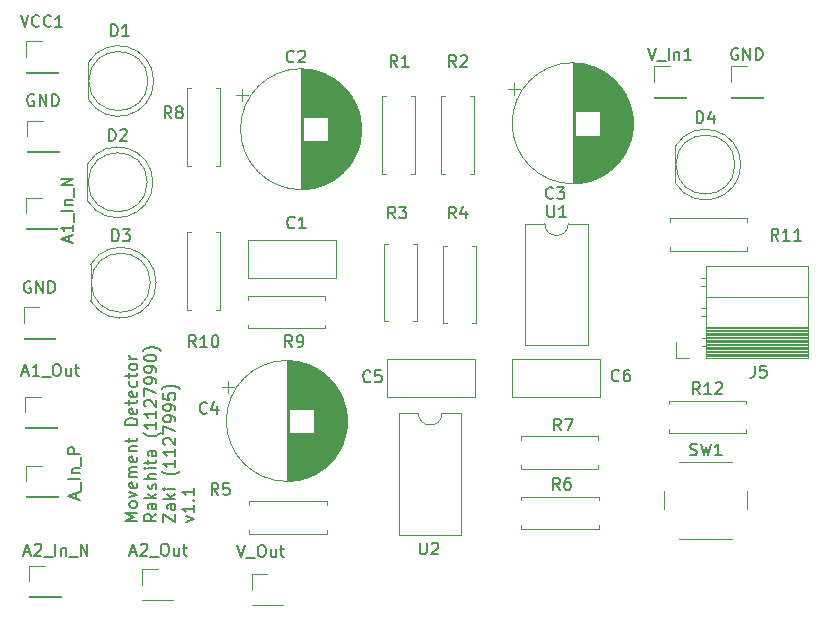
<source format=gbr>
%TF.GenerationSoftware,KiCad,Pcbnew,8.0.1*%
%TF.CreationDate,2024-05-19T12:30:55+02:00*%
%TF.ProjectId,80_KiCad,38305f4b-6943-4616-942e-6b696361645f,v1.1*%
%TF.SameCoordinates,Original*%
%TF.FileFunction,Legend,Top*%
%TF.FilePolarity,Positive*%
%FSLAX46Y46*%
G04 Gerber Fmt 4.6, Leading zero omitted, Abs format (unit mm)*
G04 Created by KiCad (PCBNEW 8.0.1) date 2024-05-19 12:30:55*
%MOMM*%
%LPD*%
G01*
G04 APERTURE LIST*
%ADD10C,0.150000*%
%ADD11C,0.120000*%
G04 APERTURE END LIST*
D10*
X110889987Y-91638220D02*
X109889987Y-91638220D01*
X109889987Y-91638220D02*
X110604272Y-91304887D01*
X110604272Y-91304887D02*
X109889987Y-90971554D01*
X109889987Y-90971554D02*
X110889987Y-90971554D01*
X110889987Y-90352506D02*
X110842368Y-90447744D01*
X110842368Y-90447744D02*
X110794748Y-90495363D01*
X110794748Y-90495363D02*
X110699510Y-90542982D01*
X110699510Y-90542982D02*
X110413796Y-90542982D01*
X110413796Y-90542982D02*
X110318558Y-90495363D01*
X110318558Y-90495363D02*
X110270939Y-90447744D01*
X110270939Y-90447744D02*
X110223320Y-90352506D01*
X110223320Y-90352506D02*
X110223320Y-90209649D01*
X110223320Y-90209649D02*
X110270939Y-90114411D01*
X110270939Y-90114411D02*
X110318558Y-90066792D01*
X110318558Y-90066792D02*
X110413796Y-90019173D01*
X110413796Y-90019173D02*
X110699510Y-90019173D01*
X110699510Y-90019173D02*
X110794748Y-90066792D01*
X110794748Y-90066792D02*
X110842368Y-90114411D01*
X110842368Y-90114411D02*
X110889987Y-90209649D01*
X110889987Y-90209649D02*
X110889987Y-90352506D01*
X110223320Y-89685839D02*
X110889987Y-89447744D01*
X110889987Y-89447744D02*
X110223320Y-89209649D01*
X110842368Y-88447744D02*
X110889987Y-88542982D01*
X110889987Y-88542982D02*
X110889987Y-88733458D01*
X110889987Y-88733458D02*
X110842368Y-88828696D01*
X110842368Y-88828696D02*
X110747129Y-88876315D01*
X110747129Y-88876315D02*
X110366177Y-88876315D01*
X110366177Y-88876315D02*
X110270939Y-88828696D01*
X110270939Y-88828696D02*
X110223320Y-88733458D01*
X110223320Y-88733458D02*
X110223320Y-88542982D01*
X110223320Y-88542982D02*
X110270939Y-88447744D01*
X110270939Y-88447744D02*
X110366177Y-88400125D01*
X110366177Y-88400125D02*
X110461415Y-88400125D01*
X110461415Y-88400125D02*
X110556653Y-88876315D01*
X110889987Y-87971553D02*
X110223320Y-87971553D01*
X110318558Y-87971553D02*
X110270939Y-87923934D01*
X110270939Y-87923934D02*
X110223320Y-87828696D01*
X110223320Y-87828696D02*
X110223320Y-87685839D01*
X110223320Y-87685839D02*
X110270939Y-87590601D01*
X110270939Y-87590601D02*
X110366177Y-87542982D01*
X110366177Y-87542982D02*
X110889987Y-87542982D01*
X110366177Y-87542982D02*
X110270939Y-87495363D01*
X110270939Y-87495363D02*
X110223320Y-87400125D01*
X110223320Y-87400125D02*
X110223320Y-87257268D01*
X110223320Y-87257268D02*
X110270939Y-87162029D01*
X110270939Y-87162029D02*
X110366177Y-87114410D01*
X110366177Y-87114410D02*
X110889987Y-87114410D01*
X110842368Y-86257268D02*
X110889987Y-86352506D01*
X110889987Y-86352506D02*
X110889987Y-86542982D01*
X110889987Y-86542982D02*
X110842368Y-86638220D01*
X110842368Y-86638220D02*
X110747129Y-86685839D01*
X110747129Y-86685839D02*
X110366177Y-86685839D01*
X110366177Y-86685839D02*
X110270939Y-86638220D01*
X110270939Y-86638220D02*
X110223320Y-86542982D01*
X110223320Y-86542982D02*
X110223320Y-86352506D01*
X110223320Y-86352506D02*
X110270939Y-86257268D01*
X110270939Y-86257268D02*
X110366177Y-86209649D01*
X110366177Y-86209649D02*
X110461415Y-86209649D01*
X110461415Y-86209649D02*
X110556653Y-86685839D01*
X110223320Y-85781077D02*
X110889987Y-85781077D01*
X110318558Y-85781077D02*
X110270939Y-85733458D01*
X110270939Y-85733458D02*
X110223320Y-85638220D01*
X110223320Y-85638220D02*
X110223320Y-85495363D01*
X110223320Y-85495363D02*
X110270939Y-85400125D01*
X110270939Y-85400125D02*
X110366177Y-85352506D01*
X110366177Y-85352506D02*
X110889987Y-85352506D01*
X110223320Y-85019172D02*
X110223320Y-84638220D01*
X109889987Y-84876315D02*
X110747129Y-84876315D01*
X110747129Y-84876315D02*
X110842368Y-84828696D01*
X110842368Y-84828696D02*
X110889987Y-84733458D01*
X110889987Y-84733458D02*
X110889987Y-84638220D01*
X110889987Y-83542981D02*
X109889987Y-83542981D01*
X109889987Y-83542981D02*
X109889987Y-83304886D01*
X109889987Y-83304886D02*
X109937606Y-83162029D01*
X109937606Y-83162029D02*
X110032844Y-83066791D01*
X110032844Y-83066791D02*
X110128082Y-83019172D01*
X110128082Y-83019172D02*
X110318558Y-82971553D01*
X110318558Y-82971553D02*
X110461415Y-82971553D01*
X110461415Y-82971553D02*
X110651891Y-83019172D01*
X110651891Y-83019172D02*
X110747129Y-83066791D01*
X110747129Y-83066791D02*
X110842368Y-83162029D01*
X110842368Y-83162029D02*
X110889987Y-83304886D01*
X110889987Y-83304886D02*
X110889987Y-83542981D01*
X110842368Y-82162029D02*
X110889987Y-82257267D01*
X110889987Y-82257267D02*
X110889987Y-82447743D01*
X110889987Y-82447743D02*
X110842368Y-82542981D01*
X110842368Y-82542981D02*
X110747129Y-82590600D01*
X110747129Y-82590600D02*
X110366177Y-82590600D01*
X110366177Y-82590600D02*
X110270939Y-82542981D01*
X110270939Y-82542981D02*
X110223320Y-82447743D01*
X110223320Y-82447743D02*
X110223320Y-82257267D01*
X110223320Y-82257267D02*
X110270939Y-82162029D01*
X110270939Y-82162029D02*
X110366177Y-82114410D01*
X110366177Y-82114410D02*
X110461415Y-82114410D01*
X110461415Y-82114410D02*
X110556653Y-82590600D01*
X110223320Y-81828695D02*
X110223320Y-81447743D01*
X109889987Y-81685838D02*
X110747129Y-81685838D01*
X110747129Y-81685838D02*
X110842368Y-81638219D01*
X110842368Y-81638219D02*
X110889987Y-81542981D01*
X110889987Y-81542981D02*
X110889987Y-81447743D01*
X110842368Y-80733457D02*
X110889987Y-80828695D01*
X110889987Y-80828695D02*
X110889987Y-81019171D01*
X110889987Y-81019171D02*
X110842368Y-81114409D01*
X110842368Y-81114409D02*
X110747129Y-81162028D01*
X110747129Y-81162028D02*
X110366177Y-81162028D01*
X110366177Y-81162028D02*
X110270939Y-81114409D01*
X110270939Y-81114409D02*
X110223320Y-81019171D01*
X110223320Y-81019171D02*
X110223320Y-80828695D01*
X110223320Y-80828695D02*
X110270939Y-80733457D01*
X110270939Y-80733457D02*
X110366177Y-80685838D01*
X110366177Y-80685838D02*
X110461415Y-80685838D01*
X110461415Y-80685838D02*
X110556653Y-81162028D01*
X110842368Y-79828695D02*
X110889987Y-79923933D01*
X110889987Y-79923933D02*
X110889987Y-80114409D01*
X110889987Y-80114409D02*
X110842368Y-80209647D01*
X110842368Y-80209647D02*
X110794748Y-80257266D01*
X110794748Y-80257266D02*
X110699510Y-80304885D01*
X110699510Y-80304885D02*
X110413796Y-80304885D01*
X110413796Y-80304885D02*
X110318558Y-80257266D01*
X110318558Y-80257266D02*
X110270939Y-80209647D01*
X110270939Y-80209647D02*
X110223320Y-80114409D01*
X110223320Y-80114409D02*
X110223320Y-79923933D01*
X110223320Y-79923933D02*
X110270939Y-79828695D01*
X110223320Y-79542980D02*
X110223320Y-79162028D01*
X109889987Y-79400123D02*
X110747129Y-79400123D01*
X110747129Y-79400123D02*
X110842368Y-79352504D01*
X110842368Y-79352504D02*
X110889987Y-79257266D01*
X110889987Y-79257266D02*
X110889987Y-79162028D01*
X110889987Y-78685837D02*
X110842368Y-78781075D01*
X110842368Y-78781075D02*
X110794748Y-78828694D01*
X110794748Y-78828694D02*
X110699510Y-78876313D01*
X110699510Y-78876313D02*
X110413796Y-78876313D01*
X110413796Y-78876313D02*
X110318558Y-78828694D01*
X110318558Y-78828694D02*
X110270939Y-78781075D01*
X110270939Y-78781075D02*
X110223320Y-78685837D01*
X110223320Y-78685837D02*
X110223320Y-78542980D01*
X110223320Y-78542980D02*
X110270939Y-78447742D01*
X110270939Y-78447742D02*
X110318558Y-78400123D01*
X110318558Y-78400123D02*
X110413796Y-78352504D01*
X110413796Y-78352504D02*
X110699510Y-78352504D01*
X110699510Y-78352504D02*
X110794748Y-78400123D01*
X110794748Y-78400123D02*
X110842368Y-78447742D01*
X110842368Y-78447742D02*
X110889987Y-78542980D01*
X110889987Y-78542980D02*
X110889987Y-78685837D01*
X110889987Y-77923932D02*
X110223320Y-77923932D01*
X110413796Y-77923932D02*
X110318558Y-77876313D01*
X110318558Y-77876313D02*
X110270939Y-77828694D01*
X110270939Y-77828694D02*
X110223320Y-77733456D01*
X110223320Y-77733456D02*
X110223320Y-77638218D01*
X112499931Y-91066792D02*
X112023740Y-91400125D01*
X112499931Y-91638220D02*
X111499931Y-91638220D01*
X111499931Y-91638220D02*
X111499931Y-91257268D01*
X111499931Y-91257268D02*
X111547550Y-91162030D01*
X111547550Y-91162030D02*
X111595169Y-91114411D01*
X111595169Y-91114411D02*
X111690407Y-91066792D01*
X111690407Y-91066792D02*
X111833264Y-91066792D01*
X111833264Y-91066792D02*
X111928502Y-91114411D01*
X111928502Y-91114411D02*
X111976121Y-91162030D01*
X111976121Y-91162030D02*
X112023740Y-91257268D01*
X112023740Y-91257268D02*
X112023740Y-91638220D01*
X112499931Y-90209649D02*
X111976121Y-90209649D01*
X111976121Y-90209649D02*
X111880883Y-90257268D01*
X111880883Y-90257268D02*
X111833264Y-90352506D01*
X111833264Y-90352506D02*
X111833264Y-90542982D01*
X111833264Y-90542982D02*
X111880883Y-90638220D01*
X112452312Y-90209649D02*
X112499931Y-90304887D01*
X112499931Y-90304887D02*
X112499931Y-90542982D01*
X112499931Y-90542982D02*
X112452312Y-90638220D01*
X112452312Y-90638220D02*
X112357073Y-90685839D01*
X112357073Y-90685839D02*
X112261835Y-90685839D01*
X112261835Y-90685839D02*
X112166597Y-90638220D01*
X112166597Y-90638220D02*
X112118978Y-90542982D01*
X112118978Y-90542982D02*
X112118978Y-90304887D01*
X112118978Y-90304887D02*
X112071359Y-90209649D01*
X112499931Y-89733458D02*
X111499931Y-89733458D01*
X112118978Y-89638220D02*
X112499931Y-89352506D01*
X111833264Y-89352506D02*
X112214216Y-89733458D01*
X112452312Y-88971553D02*
X112499931Y-88876315D01*
X112499931Y-88876315D02*
X112499931Y-88685839D01*
X112499931Y-88685839D02*
X112452312Y-88590601D01*
X112452312Y-88590601D02*
X112357073Y-88542982D01*
X112357073Y-88542982D02*
X112309454Y-88542982D01*
X112309454Y-88542982D02*
X112214216Y-88590601D01*
X112214216Y-88590601D02*
X112166597Y-88685839D01*
X112166597Y-88685839D02*
X112166597Y-88828696D01*
X112166597Y-88828696D02*
X112118978Y-88923934D01*
X112118978Y-88923934D02*
X112023740Y-88971553D01*
X112023740Y-88971553D02*
X111976121Y-88971553D01*
X111976121Y-88971553D02*
X111880883Y-88923934D01*
X111880883Y-88923934D02*
X111833264Y-88828696D01*
X111833264Y-88828696D02*
X111833264Y-88685839D01*
X111833264Y-88685839D02*
X111880883Y-88590601D01*
X112499931Y-88114410D02*
X111499931Y-88114410D01*
X112499931Y-87685839D02*
X111976121Y-87685839D01*
X111976121Y-87685839D02*
X111880883Y-87733458D01*
X111880883Y-87733458D02*
X111833264Y-87828696D01*
X111833264Y-87828696D02*
X111833264Y-87971553D01*
X111833264Y-87971553D02*
X111880883Y-88066791D01*
X111880883Y-88066791D02*
X111928502Y-88114410D01*
X112499931Y-87209648D02*
X111833264Y-87209648D01*
X111499931Y-87209648D02*
X111547550Y-87257267D01*
X111547550Y-87257267D02*
X111595169Y-87209648D01*
X111595169Y-87209648D02*
X111547550Y-87162029D01*
X111547550Y-87162029D02*
X111499931Y-87209648D01*
X111499931Y-87209648D02*
X111595169Y-87209648D01*
X111833264Y-86876315D02*
X111833264Y-86495363D01*
X111499931Y-86733458D02*
X112357073Y-86733458D01*
X112357073Y-86733458D02*
X112452312Y-86685839D01*
X112452312Y-86685839D02*
X112499931Y-86590601D01*
X112499931Y-86590601D02*
X112499931Y-86495363D01*
X112499931Y-85733458D02*
X111976121Y-85733458D01*
X111976121Y-85733458D02*
X111880883Y-85781077D01*
X111880883Y-85781077D02*
X111833264Y-85876315D01*
X111833264Y-85876315D02*
X111833264Y-86066791D01*
X111833264Y-86066791D02*
X111880883Y-86162029D01*
X112452312Y-85733458D02*
X112499931Y-85828696D01*
X112499931Y-85828696D02*
X112499931Y-86066791D01*
X112499931Y-86066791D02*
X112452312Y-86162029D01*
X112452312Y-86162029D02*
X112357073Y-86209648D01*
X112357073Y-86209648D02*
X112261835Y-86209648D01*
X112261835Y-86209648D02*
X112166597Y-86162029D01*
X112166597Y-86162029D02*
X112118978Y-86066791D01*
X112118978Y-86066791D02*
X112118978Y-85828696D01*
X112118978Y-85828696D02*
X112071359Y-85733458D01*
X112880883Y-84209648D02*
X112833264Y-84257267D01*
X112833264Y-84257267D02*
X112690407Y-84352505D01*
X112690407Y-84352505D02*
X112595169Y-84400124D01*
X112595169Y-84400124D02*
X112452312Y-84447743D01*
X112452312Y-84447743D02*
X112214216Y-84495362D01*
X112214216Y-84495362D02*
X112023740Y-84495362D01*
X112023740Y-84495362D02*
X111785645Y-84447743D01*
X111785645Y-84447743D02*
X111642788Y-84400124D01*
X111642788Y-84400124D02*
X111547550Y-84352505D01*
X111547550Y-84352505D02*
X111404692Y-84257267D01*
X111404692Y-84257267D02*
X111357073Y-84209648D01*
X112499931Y-83304886D02*
X112499931Y-83876314D01*
X112499931Y-83590600D02*
X111499931Y-83590600D01*
X111499931Y-83590600D02*
X111642788Y-83685838D01*
X111642788Y-83685838D02*
X111738026Y-83781076D01*
X111738026Y-83781076D02*
X111785645Y-83876314D01*
X112499931Y-82352505D02*
X112499931Y-82923933D01*
X112499931Y-82638219D02*
X111499931Y-82638219D01*
X111499931Y-82638219D02*
X111642788Y-82733457D01*
X111642788Y-82733457D02*
X111738026Y-82828695D01*
X111738026Y-82828695D02*
X111785645Y-82923933D01*
X111595169Y-81971552D02*
X111547550Y-81923933D01*
X111547550Y-81923933D02*
X111499931Y-81828695D01*
X111499931Y-81828695D02*
X111499931Y-81590600D01*
X111499931Y-81590600D02*
X111547550Y-81495362D01*
X111547550Y-81495362D02*
X111595169Y-81447743D01*
X111595169Y-81447743D02*
X111690407Y-81400124D01*
X111690407Y-81400124D02*
X111785645Y-81400124D01*
X111785645Y-81400124D02*
X111928502Y-81447743D01*
X111928502Y-81447743D02*
X112499931Y-82019171D01*
X112499931Y-82019171D02*
X112499931Y-81400124D01*
X111499931Y-81066790D02*
X111499931Y-80400124D01*
X111499931Y-80400124D02*
X112499931Y-80828695D01*
X112499931Y-79971552D02*
X112499931Y-79781076D01*
X112499931Y-79781076D02*
X112452312Y-79685838D01*
X112452312Y-79685838D02*
X112404692Y-79638219D01*
X112404692Y-79638219D02*
X112261835Y-79542981D01*
X112261835Y-79542981D02*
X112071359Y-79495362D01*
X112071359Y-79495362D02*
X111690407Y-79495362D01*
X111690407Y-79495362D02*
X111595169Y-79542981D01*
X111595169Y-79542981D02*
X111547550Y-79590600D01*
X111547550Y-79590600D02*
X111499931Y-79685838D01*
X111499931Y-79685838D02*
X111499931Y-79876314D01*
X111499931Y-79876314D02*
X111547550Y-79971552D01*
X111547550Y-79971552D02*
X111595169Y-80019171D01*
X111595169Y-80019171D02*
X111690407Y-80066790D01*
X111690407Y-80066790D02*
X111928502Y-80066790D01*
X111928502Y-80066790D02*
X112023740Y-80019171D01*
X112023740Y-80019171D02*
X112071359Y-79971552D01*
X112071359Y-79971552D02*
X112118978Y-79876314D01*
X112118978Y-79876314D02*
X112118978Y-79685838D01*
X112118978Y-79685838D02*
X112071359Y-79590600D01*
X112071359Y-79590600D02*
X112023740Y-79542981D01*
X112023740Y-79542981D02*
X111928502Y-79495362D01*
X112499931Y-79019171D02*
X112499931Y-78828695D01*
X112499931Y-78828695D02*
X112452312Y-78733457D01*
X112452312Y-78733457D02*
X112404692Y-78685838D01*
X112404692Y-78685838D02*
X112261835Y-78590600D01*
X112261835Y-78590600D02*
X112071359Y-78542981D01*
X112071359Y-78542981D02*
X111690407Y-78542981D01*
X111690407Y-78542981D02*
X111595169Y-78590600D01*
X111595169Y-78590600D02*
X111547550Y-78638219D01*
X111547550Y-78638219D02*
X111499931Y-78733457D01*
X111499931Y-78733457D02*
X111499931Y-78923933D01*
X111499931Y-78923933D02*
X111547550Y-79019171D01*
X111547550Y-79019171D02*
X111595169Y-79066790D01*
X111595169Y-79066790D02*
X111690407Y-79114409D01*
X111690407Y-79114409D02*
X111928502Y-79114409D01*
X111928502Y-79114409D02*
X112023740Y-79066790D01*
X112023740Y-79066790D02*
X112071359Y-79019171D01*
X112071359Y-79019171D02*
X112118978Y-78923933D01*
X112118978Y-78923933D02*
X112118978Y-78733457D01*
X112118978Y-78733457D02*
X112071359Y-78638219D01*
X112071359Y-78638219D02*
X112023740Y-78590600D01*
X112023740Y-78590600D02*
X111928502Y-78542981D01*
X111499931Y-77923933D02*
X111499931Y-77828695D01*
X111499931Y-77828695D02*
X111547550Y-77733457D01*
X111547550Y-77733457D02*
X111595169Y-77685838D01*
X111595169Y-77685838D02*
X111690407Y-77638219D01*
X111690407Y-77638219D02*
X111880883Y-77590600D01*
X111880883Y-77590600D02*
X112118978Y-77590600D01*
X112118978Y-77590600D02*
X112309454Y-77638219D01*
X112309454Y-77638219D02*
X112404692Y-77685838D01*
X112404692Y-77685838D02*
X112452312Y-77733457D01*
X112452312Y-77733457D02*
X112499931Y-77828695D01*
X112499931Y-77828695D02*
X112499931Y-77923933D01*
X112499931Y-77923933D02*
X112452312Y-78019171D01*
X112452312Y-78019171D02*
X112404692Y-78066790D01*
X112404692Y-78066790D02*
X112309454Y-78114409D01*
X112309454Y-78114409D02*
X112118978Y-78162028D01*
X112118978Y-78162028D02*
X111880883Y-78162028D01*
X111880883Y-78162028D02*
X111690407Y-78114409D01*
X111690407Y-78114409D02*
X111595169Y-78066790D01*
X111595169Y-78066790D02*
X111547550Y-78019171D01*
X111547550Y-78019171D02*
X111499931Y-77923933D01*
X112880883Y-77257266D02*
X112833264Y-77209647D01*
X112833264Y-77209647D02*
X112690407Y-77114409D01*
X112690407Y-77114409D02*
X112595169Y-77066790D01*
X112595169Y-77066790D02*
X112452312Y-77019171D01*
X112452312Y-77019171D02*
X112214216Y-76971552D01*
X112214216Y-76971552D02*
X112023740Y-76971552D01*
X112023740Y-76971552D02*
X111785645Y-77019171D01*
X111785645Y-77019171D02*
X111642788Y-77066790D01*
X111642788Y-77066790D02*
X111547550Y-77114409D01*
X111547550Y-77114409D02*
X111404692Y-77209647D01*
X111404692Y-77209647D02*
X111357073Y-77257266D01*
X113109875Y-91733458D02*
X113109875Y-91066792D01*
X113109875Y-91066792D02*
X114109875Y-91733458D01*
X114109875Y-91733458D02*
X114109875Y-91066792D01*
X114109875Y-90257268D02*
X113586065Y-90257268D01*
X113586065Y-90257268D02*
X113490827Y-90304887D01*
X113490827Y-90304887D02*
X113443208Y-90400125D01*
X113443208Y-90400125D02*
X113443208Y-90590601D01*
X113443208Y-90590601D02*
X113490827Y-90685839D01*
X114062256Y-90257268D02*
X114109875Y-90352506D01*
X114109875Y-90352506D02*
X114109875Y-90590601D01*
X114109875Y-90590601D02*
X114062256Y-90685839D01*
X114062256Y-90685839D02*
X113967017Y-90733458D01*
X113967017Y-90733458D02*
X113871779Y-90733458D01*
X113871779Y-90733458D02*
X113776541Y-90685839D01*
X113776541Y-90685839D02*
X113728922Y-90590601D01*
X113728922Y-90590601D02*
X113728922Y-90352506D01*
X113728922Y-90352506D02*
X113681303Y-90257268D01*
X114109875Y-89781077D02*
X113109875Y-89781077D01*
X113728922Y-89685839D02*
X114109875Y-89400125D01*
X113443208Y-89400125D02*
X113824160Y-89781077D01*
X114109875Y-88971553D02*
X113443208Y-88971553D01*
X113109875Y-88971553D02*
X113157494Y-89019172D01*
X113157494Y-89019172D02*
X113205113Y-88971553D01*
X113205113Y-88971553D02*
X113157494Y-88923934D01*
X113157494Y-88923934D02*
X113109875Y-88971553D01*
X113109875Y-88971553D02*
X113205113Y-88971553D01*
X114490827Y-87447744D02*
X114443208Y-87495363D01*
X114443208Y-87495363D02*
X114300351Y-87590601D01*
X114300351Y-87590601D02*
X114205113Y-87638220D01*
X114205113Y-87638220D02*
X114062256Y-87685839D01*
X114062256Y-87685839D02*
X113824160Y-87733458D01*
X113824160Y-87733458D02*
X113633684Y-87733458D01*
X113633684Y-87733458D02*
X113395589Y-87685839D01*
X113395589Y-87685839D02*
X113252732Y-87638220D01*
X113252732Y-87638220D02*
X113157494Y-87590601D01*
X113157494Y-87590601D02*
X113014636Y-87495363D01*
X113014636Y-87495363D02*
X112967017Y-87447744D01*
X114109875Y-86542982D02*
X114109875Y-87114410D01*
X114109875Y-86828696D02*
X113109875Y-86828696D01*
X113109875Y-86828696D02*
X113252732Y-86923934D01*
X113252732Y-86923934D02*
X113347970Y-87019172D01*
X113347970Y-87019172D02*
X113395589Y-87114410D01*
X114109875Y-85590601D02*
X114109875Y-86162029D01*
X114109875Y-85876315D02*
X113109875Y-85876315D01*
X113109875Y-85876315D02*
X113252732Y-85971553D01*
X113252732Y-85971553D02*
X113347970Y-86066791D01*
X113347970Y-86066791D02*
X113395589Y-86162029D01*
X113205113Y-85209648D02*
X113157494Y-85162029D01*
X113157494Y-85162029D02*
X113109875Y-85066791D01*
X113109875Y-85066791D02*
X113109875Y-84828696D01*
X113109875Y-84828696D02*
X113157494Y-84733458D01*
X113157494Y-84733458D02*
X113205113Y-84685839D01*
X113205113Y-84685839D02*
X113300351Y-84638220D01*
X113300351Y-84638220D02*
X113395589Y-84638220D01*
X113395589Y-84638220D02*
X113538446Y-84685839D01*
X113538446Y-84685839D02*
X114109875Y-85257267D01*
X114109875Y-85257267D02*
X114109875Y-84638220D01*
X113109875Y-84304886D02*
X113109875Y-83638220D01*
X113109875Y-83638220D02*
X114109875Y-84066791D01*
X114109875Y-83209648D02*
X114109875Y-83019172D01*
X114109875Y-83019172D02*
X114062256Y-82923934D01*
X114062256Y-82923934D02*
X114014636Y-82876315D01*
X114014636Y-82876315D02*
X113871779Y-82781077D01*
X113871779Y-82781077D02*
X113681303Y-82733458D01*
X113681303Y-82733458D02*
X113300351Y-82733458D01*
X113300351Y-82733458D02*
X113205113Y-82781077D01*
X113205113Y-82781077D02*
X113157494Y-82828696D01*
X113157494Y-82828696D02*
X113109875Y-82923934D01*
X113109875Y-82923934D02*
X113109875Y-83114410D01*
X113109875Y-83114410D02*
X113157494Y-83209648D01*
X113157494Y-83209648D02*
X113205113Y-83257267D01*
X113205113Y-83257267D02*
X113300351Y-83304886D01*
X113300351Y-83304886D02*
X113538446Y-83304886D01*
X113538446Y-83304886D02*
X113633684Y-83257267D01*
X113633684Y-83257267D02*
X113681303Y-83209648D01*
X113681303Y-83209648D02*
X113728922Y-83114410D01*
X113728922Y-83114410D02*
X113728922Y-82923934D01*
X113728922Y-82923934D02*
X113681303Y-82828696D01*
X113681303Y-82828696D02*
X113633684Y-82781077D01*
X113633684Y-82781077D02*
X113538446Y-82733458D01*
X114109875Y-82257267D02*
X114109875Y-82066791D01*
X114109875Y-82066791D02*
X114062256Y-81971553D01*
X114062256Y-81971553D02*
X114014636Y-81923934D01*
X114014636Y-81923934D02*
X113871779Y-81828696D01*
X113871779Y-81828696D02*
X113681303Y-81781077D01*
X113681303Y-81781077D02*
X113300351Y-81781077D01*
X113300351Y-81781077D02*
X113205113Y-81828696D01*
X113205113Y-81828696D02*
X113157494Y-81876315D01*
X113157494Y-81876315D02*
X113109875Y-81971553D01*
X113109875Y-81971553D02*
X113109875Y-82162029D01*
X113109875Y-82162029D02*
X113157494Y-82257267D01*
X113157494Y-82257267D02*
X113205113Y-82304886D01*
X113205113Y-82304886D02*
X113300351Y-82352505D01*
X113300351Y-82352505D02*
X113538446Y-82352505D01*
X113538446Y-82352505D02*
X113633684Y-82304886D01*
X113633684Y-82304886D02*
X113681303Y-82257267D01*
X113681303Y-82257267D02*
X113728922Y-82162029D01*
X113728922Y-82162029D02*
X113728922Y-81971553D01*
X113728922Y-81971553D02*
X113681303Y-81876315D01*
X113681303Y-81876315D02*
X113633684Y-81828696D01*
X113633684Y-81828696D02*
X113538446Y-81781077D01*
X113109875Y-80876315D02*
X113109875Y-81352505D01*
X113109875Y-81352505D02*
X113586065Y-81400124D01*
X113586065Y-81400124D02*
X113538446Y-81352505D01*
X113538446Y-81352505D02*
X113490827Y-81257267D01*
X113490827Y-81257267D02*
X113490827Y-81019172D01*
X113490827Y-81019172D02*
X113538446Y-80923934D01*
X113538446Y-80923934D02*
X113586065Y-80876315D01*
X113586065Y-80876315D02*
X113681303Y-80828696D01*
X113681303Y-80828696D02*
X113919398Y-80828696D01*
X113919398Y-80828696D02*
X114014636Y-80876315D01*
X114014636Y-80876315D02*
X114062256Y-80923934D01*
X114062256Y-80923934D02*
X114109875Y-81019172D01*
X114109875Y-81019172D02*
X114109875Y-81257267D01*
X114109875Y-81257267D02*
X114062256Y-81352505D01*
X114062256Y-81352505D02*
X114014636Y-81400124D01*
X114490827Y-80495362D02*
X114443208Y-80447743D01*
X114443208Y-80447743D02*
X114300351Y-80352505D01*
X114300351Y-80352505D02*
X114205113Y-80304886D01*
X114205113Y-80304886D02*
X114062256Y-80257267D01*
X114062256Y-80257267D02*
X113824160Y-80209648D01*
X113824160Y-80209648D02*
X113633684Y-80209648D01*
X113633684Y-80209648D02*
X113395589Y-80257267D01*
X113395589Y-80257267D02*
X113252732Y-80304886D01*
X113252732Y-80304886D02*
X113157494Y-80352505D01*
X113157494Y-80352505D02*
X113014636Y-80447743D01*
X113014636Y-80447743D02*
X112967017Y-80495362D01*
X115053152Y-91733458D02*
X115719819Y-91495363D01*
X115719819Y-91495363D02*
X115053152Y-91257268D01*
X115719819Y-90352506D02*
X115719819Y-90923934D01*
X115719819Y-90638220D02*
X114719819Y-90638220D01*
X114719819Y-90638220D02*
X114862676Y-90733458D01*
X114862676Y-90733458D02*
X114957914Y-90828696D01*
X114957914Y-90828696D02*
X115005533Y-90923934D01*
X115624580Y-89923934D02*
X115672200Y-89876315D01*
X115672200Y-89876315D02*
X115719819Y-89923934D01*
X115719819Y-89923934D02*
X115672200Y-89971553D01*
X115672200Y-89971553D02*
X115624580Y-89923934D01*
X115624580Y-89923934D02*
X115719819Y-89923934D01*
X115719819Y-88923935D02*
X115719819Y-89495363D01*
X115719819Y-89209649D02*
X114719819Y-89209649D01*
X114719819Y-89209649D02*
X114862676Y-89304887D01*
X114862676Y-89304887D02*
X114957914Y-89400125D01*
X114957914Y-89400125D02*
X115005533Y-89495363D01*
X101334524Y-94319104D02*
X101810714Y-94319104D01*
X101239286Y-94604819D02*
X101572619Y-93604819D01*
X101572619Y-93604819D02*
X101905952Y-94604819D01*
X102191667Y-93700057D02*
X102239286Y-93652438D01*
X102239286Y-93652438D02*
X102334524Y-93604819D01*
X102334524Y-93604819D02*
X102572619Y-93604819D01*
X102572619Y-93604819D02*
X102667857Y-93652438D01*
X102667857Y-93652438D02*
X102715476Y-93700057D01*
X102715476Y-93700057D02*
X102763095Y-93795295D01*
X102763095Y-93795295D02*
X102763095Y-93890533D01*
X102763095Y-93890533D02*
X102715476Y-94033390D01*
X102715476Y-94033390D02*
X102144048Y-94604819D01*
X102144048Y-94604819D02*
X102763095Y-94604819D01*
X102953572Y-94700057D02*
X103715476Y-94700057D01*
X103953572Y-94604819D02*
X103953572Y-93604819D01*
X104429762Y-93938152D02*
X104429762Y-94604819D01*
X104429762Y-94033390D02*
X104477381Y-93985771D01*
X104477381Y-93985771D02*
X104572619Y-93938152D01*
X104572619Y-93938152D02*
X104715476Y-93938152D01*
X104715476Y-93938152D02*
X104810714Y-93985771D01*
X104810714Y-93985771D02*
X104858333Y-94081009D01*
X104858333Y-94081009D02*
X104858333Y-94604819D01*
X105096429Y-94700057D02*
X105858333Y-94700057D01*
X106096429Y-94604819D02*
X106096429Y-93604819D01*
X106096429Y-93604819D02*
X106667857Y-94604819D01*
X106667857Y-94604819D02*
X106667857Y-93604819D01*
X105144104Y-68015475D02*
X105144104Y-67539285D01*
X105429819Y-68110713D02*
X104429819Y-67777380D01*
X104429819Y-67777380D02*
X105429819Y-67444047D01*
X105429819Y-66586904D02*
X105429819Y-67158332D01*
X105429819Y-66872618D02*
X104429819Y-66872618D01*
X104429819Y-66872618D02*
X104572676Y-66967856D01*
X104572676Y-66967856D02*
X104667914Y-67063094D01*
X104667914Y-67063094D02*
X104715533Y-67158332D01*
X105525057Y-66396428D02*
X105525057Y-65634523D01*
X105429819Y-65396427D02*
X104429819Y-65396427D01*
X104763152Y-64920237D02*
X105429819Y-64920237D01*
X104858390Y-64920237D02*
X104810771Y-64872618D01*
X104810771Y-64872618D02*
X104763152Y-64777380D01*
X104763152Y-64777380D02*
X104763152Y-64634523D01*
X104763152Y-64634523D02*
X104810771Y-64539285D01*
X104810771Y-64539285D02*
X104906009Y-64491666D01*
X104906009Y-64491666D02*
X105429819Y-64491666D01*
X105525057Y-64253571D02*
X105525057Y-63491666D01*
X105429819Y-63253570D02*
X104429819Y-63253570D01*
X104429819Y-63253570D02*
X105429819Y-62682142D01*
X105429819Y-62682142D02*
X104429819Y-62682142D01*
X105744104Y-89790475D02*
X105744104Y-89314285D01*
X106029819Y-89885713D02*
X105029819Y-89552380D01*
X105029819Y-89552380D02*
X106029819Y-89219047D01*
X106125057Y-89123809D02*
X106125057Y-88361904D01*
X106029819Y-88123808D02*
X105029819Y-88123808D01*
X105363152Y-87647618D02*
X106029819Y-87647618D01*
X105458390Y-87647618D02*
X105410771Y-87599999D01*
X105410771Y-87599999D02*
X105363152Y-87504761D01*
X105363152Y-87504761D02*
X105363152Y-87361904D01*
X105363152Y-87361904D02*
X105410771Y-87266666D01*
X105410771Y-87266666D02*
X105506009Y-87219047D01*
X105506009Y-87219047D02*
X106029819Y-87219047D01*
X106125057Y-86980952D02*
X106125057Y-86219047D01*
X106029819Y-85980951D02*
X105029819Y-85980951D01*
X105029819Y-85980951D02*
X105029819Y-85599999D01*
X105029819Y-85599999D02*
X105077438Y-85504761D01*
X105077438Y-85504761D02*
X105125057Y-85457142D01*
X105125057Y-85457142D02*
X105220295Y-85409523D01*
X105220295Y-85409523D02*
X105363152Y-85409523D01*
X105363152Y-85409523D02*
X105458390Y-85457142D01*
X105458390Y-85457142D02*
X105506009Y-85504761D01*
X105506009Y-85504761D02*
X105553628Y-85599999D01*
X105553628Y-85599999D02*
X105553628Y-85980951D01*
X110317857Y-94319104D02*
X110794047Y-94319104D01*
X110222619Y-94604819D02*
X110555952Y-93604819D01*
X110555952Y-93604819D02*
X110889285Y-94604819D01*
X111175000Y-93700057D02*
X111222619Y-93652438D01*
X111222619Y-93652438D02*
X111317857Y-93604819D01*
X111317857Y-93604819D02*
X111555952Y-93604819D01*
X111555952Y-93604819D02*
X111651190Y-93652438D01*
X111651190Y-93652438D02*
X111698809Y-93700057D01*
X111698809Y-93700057D02*
X111746428Y-93795295D01*
X111746428Y-93795295D02*
X111746428Y-93890533D01*
X111746428Y-93890533D02*
X111698809Y-94033390D01*
X111698809Y-94033390D02*
X111127381Y-94604819D01*
X111127381Y-94604819D02*
X111746428Y-94604819D01*
X111936905Y-94700057D02*
X112698809Y-94700057D01*
X113127381Y-93604819D02*
X113317857Y-93604819D01*
X113317857Y-93604819D02*
X113413095Y-93652438D01*
X113413095Y-93652438D02*
X113508333Y-93747676D01*
X113508333Y-93747676D02*
X113555952Y-93938152D01*
X113555952Y-93938152D02*
X113555952Y-94271485D01*
X113555952Y-94271485D02*
X113508333Y-94461961D01*
X113508333Y-94461961D02*
X113413095Y-94557200D01*
X113413095Y-94557200D02*
X113317857Y-94604819D01*
X113317857Y-94604819D02*
X113127381Y-94604819D01*
X113127381Y-94604819D02*
X113032143Y-94557200D01*
X113032143Y-94557200D02*
X112936905Y-94461961D01*
X112936905Y-94461961D02*
X112889286Y-94271485D01*
X112889286Y-94271485D02*
X112889286Y-93938152D01*
X112889286Y-93938152D02*
X112936905Y-93747676D01*
X112936905Y-93747676D02*
X113032143Y-93652438D01*
X113032143Y-93652438D02*
X113127381Y-93604819D01*
X114413095Y-93938152D02*
X114413095Y-94604819D01*
X113984524Y-93938152D02*
X113984524Y-94461961D01*
X113984524Y-94461961D02*
X114032143Y-94557200D01*
X114032143Y-94557200D02*
X114127381Y-94604819D01*
X114127381Y-94604819D02*
X114270238Y-94604819D01*
X114270238Y-94604819D02*
X114365476Y-94557200D01*
X114365476Y-94557200D02*
X114413095Y-94509580D01*
X114746429Y-93938152D02*
X115127381Y-93938152D01*
X114889286Y-93604819D02*
X114889286Y-94461961D01*
X114889286Y-94461961D02*
X114936905Y-94557200D01*
X114936905Y-94557200D02*
X115032143Y-94604819D01*
X115032143Y-94604819D02*
X115127381Y-94604819D01*
X145623095Y-64949819D02*
X145623095Y-65759342D01*
X145623095Y-65759342D02*
X145670714Y-65854580D01*
X145670714Y-65854580D02*
X145718333Y-65902200D01*
X145718333Y-65902200D02*
X145813571Y-65949819D01*
X145813571Y-65949819D02*
X146004047Y-65949819D01*
X146004047Y-65949819D02*
X146099285Y-65902200D01*
X146099285Y-65902200D02*
X146146904Y-65854580D01*
X146146904Y-65854580D02*
X146194523Y-65759342D01*
X146194523Y-65759342D02*
X146194523Y-64949819D01*
X147194523Y-65949819D02*
X146623095Y-65949819D01*
X146908809Y-65949819D02*
X146908809Y-64949819D01*
X146908809Y-64949819D02*
X146813571Y-65092676D01*
X146813571Y-65092676D02*
X146718333Y-65187914D01*
X146718333Y-65187914D02*
X146623095Y-65235533D01*
X124158333Y-52759580D02*
X124110714Y-52807200D01*
X124110714Y-52807200D02*
X123967857Y-52854819D01*
X123967857Y-52854819D02*
X123872619Y-52854819D01*
X123872619Y-52854819D02*
X123729762Y-52807200D01*
X123729762Y-52807200D02*
X123634524Y-52711961D01*
X123634524Y-52711961D02*
X123586905Y-52616723D01*
X123586905Y-52616723D02*
X123539286Y-52426247D01*
X123539286Y-52426247D02*
X123539286Y-52283390D01*
X123539286Y-52283390D02*
X123586905Y-52092914D01*
X123586905Y-52092914D02*
X123634524Y-51997676D01*
X123634524Y-51997676D02*
X123729762Y-51902438D01*
X123729762Y-51902438D02*
X123872619Y-51854819D01*
X123872619Y-51854819D02*
X123967857Y-51854819D01*
X123967857Y-51854819D02*
X124110714Y-51902438D01*
X124110714Y-51902438D02*
X124158333Y-51950057D01*
X124539286Y-51950057D02*
X124586905Y-51902438D01*
X124586905Y-51902438D02*
X124682143Y-51854819D01*
X124682143Y-51854819D02*
X124920238Y-51854819D01*
X124920238Y-51854819D02*
X125015476Y-51902438D01*
X125015476Y-51902438D02*
X125063095Y-51950057D01*
X125063095Y-51950057D02*
X125110714Y-52045295D01*
X125110714Y-52045295D02*
X125110714Y-52140533D01*
X125110714Y-52140533D02*
X125063095Y-52283390D01*
X125063095Y-52283390D02*
X124491667Y-52854819D01*
X124491667Y-52854819D02*
X125110714Y-52854819D01*
X101015476Y-48854819D02*
X101348809Y-49854819D01*
X101348809Y-49854819D02*
X101682142Y-48854819D01*
X102586904Y-49759580D02*
X102539285Y-49807200D01*
X102539285Y-49807200D02*
X102396428Y-49854819D01*
X102396428Y-49854819D02*
X102301190Y-49854819D01*
X102301190Y-49854819D02*
X102158333Y-49807200D01*
X102158333Y-49807200D02*
X102063095Y-49711961D01*
X102063095Y-49711961D02*
X102015476Y-49616723D01*
X102015476Y-49616723D02*
X101967857Y-49426247D01*
X101967857Y-49426247D02*
X101967857Y-49283390D01*
X101967857Y-49283390D02*
X102015476Y-49092914D01*
X102015476Y-49092914D02*
X102063095Y-48997676D01*
X102063095Y-48997676D02*
X102158333Y-48902438D01*
X102158333Y-48902438D02*
X102301190Y-48854819D01*
X102301190Y-48854819D02*
X102396428Y-48854819D01*
X102396428Y-48854819D02*
X102539285Y-48902438D01*
X102539285Y-48902438D02*
X102586904Y-48950057D01*
X103586904Y-49759580D02*
X103539285Y-49807200D01*
X103539285Y-49807200D02*
X103396428Y-49854819D01*
X103396428Y-49854819D02*
X103301190Y-49854819D01*
X103301190Y-49854819D02*
X103158333Y-49807200D01*
X103158333Y-49807200D02*
X103063095Y-49711961D01*
X103063095Y-49711961D02*
X103015476Y-49616723D01*
X103015476Y-49616723D02*
X102967857Y-49426247D01*
X102967857Y-49426247D02*
X102967857Y-49283390D01*
X102967857Y-49283390D02*
X103015476Y-49092914D01*
X103015476Y-49092914D02*
X103063095Y-48997676D01*
X103063095Y-48997676D02*
X103158333Y-48902438D01*
X103158333Y-48902438D02*
X103301190Y-48854819D01*
X103301190Y-48854819D02*
X103396428Y-48854819D01*
X103396428Y-48854819D02*
X103539285Y-48902438D01*
X103539285Y-48902438D02*
X103586904Y-48950057D01*
X104539285Y-49854819D02*
X103967857Y-49854819D01*
X104253571Y-49854819D02*
X104253571Y-48854819D01*
X104253571Y-48854819D02*
X104158333Y-48997676D01*
X104158333Y-48997676D02*
X104063095Y-49092914D01*
X104063095Y-49092914D02*
X103967857Y-49140533D01*
X115857142Y-76954819D02*
X115523809Y-76478628D01*
X115285714Y-76954819D02*
X115285714Y-75954819D01*
X115285714Y-75954819D02*
X115666666Y-75954819D01*
X115666666Y-75954819D02*
X115761904Y-76002438D01*
X115761904Y-76002438D02*
X115809523Y-76050057D01*
X115809523Y-76050057D02*
X115857142Y-76145295D01*
X115857142Y-76145295D02*
X115857142Y-76288152D01*
X115857142Y-76288152D02*
X115809523Y-76383390D01*
X115809523Y-76383390D02*
X115761904Y-76431009D01*
X115761904Y-76431009D02*
X115666666Y-76478628D01*
X115666666Y-76478628D02*
X115285714Y-76478628D01*
X116809523Y-76954819D02*
X116238095Y-76954819D01*
X116523809Y-76954819D02*
X116523809Y-75954819D01*
X116523809Y-75954819D02*
X116428571Y-76097676D01*
X116428571Y-76097676D02*
X116333333Y-76192914D01*
X116333333Y-76192914D02*
X116238095Y-76240533D01*
X117428571Y-75954819D02*
X117523809Y-75954819D01*
X117523809Y-75954819D02*
X117619047Y-76002438D01*
X117619047Y-76002438D02*
X117666666Y-76050057D01*
X117666666Y-76050057D02*
X117714285Y-76145295D01*
X117714285Y-76145295D02*
X117761904Y-76335771D01*
X117761904Y-76335771D02*
X117761904Y-76573866D01*
X117761904Y-76573866D02*
X117714285Y-76764342D01*
X117714285Y-76764342D02*
X117666666Y-76859580D01*
X117666666Y-76859580D02*
X117619047Y-76907200D01*
X117619047Y-76907200D02*
X117523809Y-76954819D01*
X117523809Y-76954819D02*
X117428571Y-76954819D01*
X117428571Y-76954819D02*
X117333333Y-76907200D01*
X117333333Y-76907200D02*
X117285714Y-76859580D01*
X117285714Y-76859580D02*
X117238095Y-76764342D01*
X117238095Y-76764342D02*
X117190476Y-76573866D01*
X117190476Y-76573866D02*
X117190476Y-76335771D01*
X117190476Y-76335771D02*
X117238095Y-76145295D01*
X117238095Y-76145295D02*
X117285714Y-76050057D01*
X117285714Y-76050057D02*
X117333333Y-76002438D01*
X117333333Y-76002438D02*
X117428571Y-75954819D01*
X108491905Y-59494819D02*
X108491905Y-58494819D01*
X108491905Y-58494819D02*
X108730000Y-58494819D01*
X108730000Y-58494819D02*
X108872857Y-58542438D01*
X108872857Y-58542438D02*
X108968095Y-58637676D01*
X108968095Y-58637676D02*
X109015714Y-58732914D01*
X109015714Y-58732914D02*
X109063333Y-58923390D01*
X109063333Y-58923390D02*
X109063333Y-59066247D01*
X109063333Y-59066247D02*
X109015714Y-59256723D01*
X109015714Y-59256723D02*
X108968095Y-59351961D01*
X108968095Y-59351961D02*
X108872857Y-59447200D01*
X108872857Y-59447200D02*
X108730000Y-59494819D01*
X108730000Y-59494819D02*
X108491905Y-59494819D01*
X109444286Y-58590057D02*
X109491905Y-58542438D01*
X109491905Y-58542438D02*
X109587143Y-58494819D01*
X109587143Y-58494819D02*
X109825238Y-58494819D01*
X109825238Y-58494819D02*
X109920476Y-58542438D01*
X109920476Y-58542438D02*
X109968095Y-58590057D01*
X109968095Y-58590057D02*
X110015714Y-58685295D01*
X110015714Y-58685295D02*
X110015714Y-58780533D01*
X110015714Y-58780533D02*
X109968095Y-58923390D01*
X109968095Y-58923390D02*
X109396667Y-59494819D01*
X109396667Y-59494819D02*
X110015714Y-59494819D01*
X124008333Y-76929819D02*
X123675000Y-76453628D01*
X123436905Y-76929819D02*
X123436905Y-75929819D01*
X123436905Y-75929819D02*
X123817857Y-75929819D01*
X123817857Y-75929819D02*
X123913095Y-75977438D01*
X123913095Y-75977438D02*
X123960714Y-76025057D01*
X123960714Y-76025057D02*
X124008333Y-76120295D01*
X124008333Y-76120295D02*
X124008333Y-76263152D01*
X124008333Y-76263152D02*
X123960714Y-76358390D01*
X123960714Y-76358390D02*
X123913095Y-76406009D01*
X123913095Y-76406009D02*
X123817857Y-76453628D01*
X123817857Y-76453628D02*
X123436905Y-76453628D01*
X124484524Y-76929819D02*
X124675000Y-76929819D01*
X124675000Y-76929819D02*
X124770238Y-76882200D01*
X124770238Y-76882200D02*
X124817857Y-76834580D01*
X124817857Y-76834580D02*
X124913095Y-76691723D01*
X124913095Y-76691723D02*
X124960714Y-76501247D01*
X124960714Y-76501247D02*
X124960714Y-76120295D01*
X124960714Y-76120295D02*
X124913095Y-76025057D01*
X124913095Y-76025057D02*
X124865476Y-75977438D01*
X124865476Y-75977438D02*
X124770238Y-75929819D01*
X124770238Y-75929819D02*
X124579762Y-75929819D01*
X124579762Y-75929819D02*
X124484524Y-75977438D01*
X124484524Y-75977438D02*
X124436905Y-76025057D01*
X124436905Y-76025057D02*
X124389286Y-76120295D01*
X124389286Y-76120295D02*
X124389286Y-76358390D01*
X124389286Y-76358390D02*
X124436905Y-76453628D01*
X124436905Y-76453628D02*
X124484524Y-76501247D01*
X124484524Y-76501247D02*
X124579762Y-76548866D01*
X124579762Y-76548866D02*
X124770238Y-76548866D01*
X124770238Y-76548866D02*
X124865476Y-76501247D01*
X124865476Y-76501247D02*
X124913095Y-76453628D01*
X124913095Y-76453628D02*
X124960714Y-76358390D01*
X108756905Y-67994819D02*
X108756905Y-66994819D01*
X108756905Y-66994819D02*
X108995000Y-66994819D01*
X108995000Y-66994819D02*
X109137857Y-67042438D01*
X109137857Y-67042438D02*
X109233095Y-67137676D01*
X109233095Y-67137676D02*
X109280714Y-67232914D01*
X109280714Y-67232914D02*
X109328333Y-67423390D01*
X109328333Y-67423390D02*
X109328333Y-67566247D01*
X109328333Y-67566247D02*
X109280714Y-67756723D01*
X109280714Y-67756723D02*
X109233095Y-67851961D01*
X109233095Y-67851961D02*
X109137857Y-67947200D01*
X109137857Y-67947200D02*
X108995000Y-67994819D01*
X108995000Y-67994819D02*
X108756905Y-67994819D01*
X109661667Y-66994819D02*
X110280714Y-66994819D01*
X110280714Y-66994819D02*
X109947381Y-67375771D01*
X109947381Y-67375771D02*
X110090238Y-67375771D01*
X110090238Y-67375771D02*
X110185476Y-67423390D01*
X110185476Y-67423390D02*
X110233095Y-67471009D01*
X110233095Y-67471009D02*
X110280714Y-67566247D01*
X110280714Y-67566247D02*
X110280714Y-67804342D01*
X110280714Y-67804342D02*
X110233095Y-67899580D01*
X110233095Y-67899580D02*
X110185476Y-67947200D01*
X110185476Y-67947200D02*
X110090238Y-67994819D01*
X110090238Y-67994819D02*
X109804524Y-67994819D01*
X109804524Y-67994819D02*
X109709286Y-67947200D01*
X109709286Y-67947200D02*
X109661667Y-67899580D01*
X130633333Y-79834580D02*
X130585714Y-79882200D01*
X130585714Y-79882200D02*
X130442857Y-79929819D01*
X130442857Y-79929819D02*
X130347619Y-79929819D01*
X130347619Y-79929819D02*
X130204762Y-79882200D01*
X130204762Y-79882200D02*
X130109524Y-79786961D01*
X130109524Y-79786961D02*
X130061905Y-79691723D01*
X130061905Y-79691723D02*
X130014286Y-79501247D01*
X130014286Y-79501247D02*
X130014286Y-79358390D01*
X130014286Y-79358390D02*
X130061905Y-79167914D01*
X130061905Y-79167914D02*
X130109524Y-79072676D01*
X130109524Y-79072676D02*
X130204762Y-78977438D01*
X130204762Y-78977438D02*
X130347619Y-78929819D01*
X130347619Y-78929819D02*
X130442857Y-78929819D01*
X130442857Y-78929819D02*
X130585714Y-78977438D01*
X130585714Y-78977438D02*
X130633333Y-79025057D01*
X131538095Y-78929819D02*
X131061905Y-78929819D01*
X131061905Y-78929819D02*
X131014286Y-79406009D01*
X131014286Y-79406009D02*
X131061905Y-79358390D01*
X131061905Y-79358390D02*
X131157143Y-79310771D01*
X131157143Y-79310771D02*
X131395238Y-79310771D01*
X131395238Y-79310771D02*
X131490476Y-79358390D01*
X131490476Y-79358390D02*
X131538095Y-79406009D01*
X131538095Y-79406009D02*
X131585714Y-79501247D01*
X131585714Y-79501247D02*
X131585714Y-79739342D01*
X131585714Y-79739342D02*
X131538095Y-79834580D01*
X131538095Y-79834580D02*
X131490476Y-79882200D01*
X131490476Y-79882200D02*
X131395238Y-79929819D01*
X131395238Y-79929819D02*
X131157143Y-79929819D01*
X131157143Y-79929819D02*
X131061905Y-79882200D01*
X131061905Y-79882200D02*
X131014286Y-79834580D01*
X132733333Y-66054819D02*
X132400000Y-65578628D01*
X132161905Y-66054819D02*
X132161905Y-65054819D01*
X132161905Y-65054819D02*
X132542857Y-65054819D01*
X132542857Y-65054819D02*
X132638095Y-65102438D01*
X132638095Y-65102438D02*
X132685714Y-65150057D01*
X132685714Y-65150057D02*
X132733333Y-65245295D01*
X132733333Y-65245295D02*
X132733333Y-65388152D01*
X132733333Y-65388152D02*
X132685714Y-65483390D01*
X132685714Y-65483390D02*
X132638095Y-65531009D01*
X132638095Y-65531009D02*
X132542857Y-65578628D01*
X132542857Y-65578628D02*
X132161905Y-65578628D01*
X133066667Y-65054819D02*
X133685714Y-65054819D01*
X133685714Y-65054819D02*
X133352381Y-65435771D01*
X133352381Y-65435771D02*
X133495238Y-65435771D01*
X133495238Y-65435771D02*
X133590476Y-65483390D01*
X133590476Y-65483390D02*
X133638095Y-65531009D01*
X133638095Y-65531009D02*
X133685714Y-65626247D01*
X133685714Y-65626247D02*
X133685714Y-65864342D01*
X133685714Y-65864342D02*
X133638095Y-65959580D01*
X133638095Y-65959580D02*
X133590476Y-66007200D01*
X133590476Y-66007200D02*
X133495238Y-66054819D01*
X133495238Y-66054819D02*
X133209524Y-66054819D01*
X133209524Y-66054819D02*
X133114286Y-66007200D01*
X133114286Y-66007200D02*
X133066667Y-65959580D01*
X132908333Y-53229819D02*
X132575000Y-52753628D01*
X132336905Y-53229819D02*
X132336905Y-52229819D01*
X132336905Y-52229819D02*
X132717857Y-52229819D01*
X132717857Y-52229819D02*
X132813095Y-52277438D01*
X132813095Y-52277438D02*
X132860714Y-52325057D01*
X132860714Y-52325057D02*
X132908333Y-52420295D01*
X132908333Y-52420295D02*
X132908333Y-52563152D01*
X132908333Y-52563152D02*
X132860714Y-52658390D01*
X132860714Y-52658390D02*
X132813095Y-52706009D01*
X132813095Y-52706009D02*
X132717857Y-52753628D01*
X132717857Y-52753628D02*
X132336905Y-52753628D01*
X133860714Y-53229819D02*
X133289286Y-53229819D01*
X133575000Y-53229819D02*
X133575000Y-52229819D01*
X133575000Y-52229819D02*
X133479762Y-52372676D01*
X133479762Y-52372676D02*
X133384524Y-52467914D01*
X133384524Y-52467914D02*
X133289286Y-52515533D01*
X134813095Y-93504819D02*
X134813095Y-94314342D01*
X134813095Y-94314342D02*
X134860714Y-94409580D01*
X134860714Y-94409580D02*
X134908333Y-94457200D01*
X134908333Y-94457200D02*
X135003571Y-94504819D01*
X135003571Y-94504819D02*
X135194047Y-94504819D01*
X135194047Y-94504819D02*
X135289285Y-94457200D01*
X135289285Y-94457200D02*
X135336904Y-94409580D01*
X135336904Y-94409580D02*
X135384523Y-94314342D01*
X135384523Y-94314342D02*
X135384523Y-93504819D01*
X135813095Y-93600057D02*
X135860714Y-93552438D01*
X135860714Y-93552438D02*
X135955952Y-93504819D01*
X135955952Y-93504819D02*
X136194047Y-93504819D01*
X136194047Y-93504819D02*
X136289285Y-93552438D01*
X136289285Y-93552438D02*
X136336904Y-93600057D01*
X136336904Y-93600057D02*
X136384523Y-93695295D01*
X136384523Y-93695295D02*
X136384523Y-93790533D01*
X136384523Y-93790533D02*
X136336904Y-93933390D01*
X136336904Y-93933390D02*
X135765476Y-94504819D01*
X135765476Y-94504819D02*
X136384523Y-94504819D01*
X154119048Y-51624819D02*
X154452381Y-52624819D01*
X154452381Y-52624819D02*
X154785714Y-51624819D01*
X154880953Y-52720057D02*
X155642857Y-52720057D01*
X155880953Y-52624819D02*
X155880953Y-51624819D01*
X156357143Y-51958152D02*
X156357143Y-52624819D01*
X156357143Y-52053390D02*
X156404762Y-52005771D01*
X156404762Y-52005771D02*
X156500000Y-51958152D01*
X156500000Y-51958152D02*
X156642857Y-51958152D01*
X156642857Y-51958152D02*
X156738095Y-52005771D01*
X156738095Y-52005771D02*
X156785714Y-52101009D01*
X156785714Y-52101009D02*
X156785714Y-52624819D01*
X157785714Y-52624819D02*
X157214286Y-52624819D01*
X157500000Y-52624819D02*
X157500000Y-51624819D01*
X157500000Y-51624819D02*
X157404762Y-51767676D01*
X157404762Y-51767676D02*
X157309524Y-51862914D01*
X157309524Y-51862914D02*
X157214286Y-51910533D01*
X101838095Y-71402438D02*
X101742857Y-71354819D01*
X101742857Y-71354819D02*
X101600000Y-71354819D01*
X101600000Y-71354819D02*
X101457143Y-71402438D01*
X101457143Y-71402438D02*
X101361905Y-71497676D01*
X101361905Y-71497676D02*
X101314286Y-71592914D01*
X101314286Y-71592914D02*
X101266667Y-71783390D01*
X101266667Y-71783390D02*
X101266667Y-71926247D01*
X101266667Y-71926247D02*
X101314286Y-72116723D01*
X101314286Y-72116723D02*
X101361905Y-72211961D01*
X101361905Y-72211961D02*
X101457143Y-72307200D01*
X101457143Y-72307200D02*
X101600000Y-72354819D01*
X101600000Y-72354819D02*
X101695238Y-72354819D01*
X101695238Y-72354819D02*
X101838095Y-72307200D01*
X101838095Y-72307200D02*
X101885714Y-72259580D01*
X101885714Y-72259580D02*
X101885714Y-71926247D01*
X101885714Y-71926247D02*
X101695238Y-71926247D01*
X102314286Y-72354819D02*
X102314286Y-71354819D01*
X102314286Y-71354819D02*
X102885714Y-72354819D01*
X102885714Y-72354819D02*
X102885714Y-71354819D01*
X103361905Y-72354819D02*
X103361905Y-71354819D01*
X103361905Y-71354819D02*
X103600000Y-71354819D01*
X103600000Y-71354819D02*
X103742857Y-71402438D01*
X103742857Y-71402438D02*
X103838095Y-71497676D01*
X103838095Y-71497676D02*
X103885714Y-71592914D01*
X103885714Y-71592914D02*
X103933333Y-71783390D01*
X103933333Y-71783390D02*
X103933333Y-71926247D01*
X103933333Y-71926247D02*
X103885714Y-72116723D01*
X103885714Y-72116723D02*
X103838095Y-72211961D01*
X103838095Y-72211961D02*
X103742857Y-72307200D01*
X103742857Y-72307200D02*
X103600000Y-72354819D01*
X103600000Y-72354819D02*
X103361905Y-72354819D01*
X161738095Y-51672438D02*
X161642857Y-51624819D01*
X161642857Y-51624819D02*
X161500000Y-51624819D01*
X161500000Y-51624819D02*
X161357143Y-51672438D01*
X161357143Y-51672438D02*
X161261905Y-51767676D01*
X161261905Y-51767676D02*
X161214286Y-51862914D01*
X161214286Y-51862914D02*
X161166667Y-52053390D01*
X161166667Y-52053390D02*
X161166667Y-52196247D01*
X161166667Y-52196247D02*
X161214286Y-52386723D01*
X161214286Y-52386723D02*
X161261905Y-52481961D01*
X161261905Y-52481961D02*
X161357143Y-52577200D01*
X161357143Y-52577200D02*
X161500000Y-52624819D01*
X161500000Y-52624819D02*
X161595238Y-52624819D01*
X161595238Y-52624819D02*
X161738095Y-52577200D01*
X161738095Y-52577200D02*
X161785714Y-52529580D01*
X161785714Y-52529580D02*
X161785714Y-52196247D01*
X161785714Y-52196247D02*
X161595238Y-52196247D01*
X162214286Y-52624819D02*
X162214286Y-51624819D01*
X162214286Y-51624819D02*
X162785714Y-52624819D01*
X162785714Y-52624819D02*
X162785714Y-51624819D01*
X163261905Y-52624819D02*
X163261905Y-51624819D01*
X163261905Y-51624819D02*
X163500000Y-51624819D01*
X163500000Y-51624819D02*
X163642857Y-51672438D01*
X163642857Y-51672438D02*
X163738095Y-51767676D01*
X163738095Y-51767676D02*
X163785714Y-51862914D01*
X163785714Y-51862914D02*
X163833333Y-52053390D01*
X163833333Y-52053390D02*
X163833333Y-52196247D01*
X163833333Y-52196247D02*
X163785714Y-52386723D01*
X163785714Y-52386723D02*
X163738095Y-52481961D01*
X163738095Y-52481961D02*
X163642857Y-52577200D01*
X163642857Y-52577200D02*
X163500000Y-52624819D01*
X163500000Y-52624819D02*
X163261905Y-52624819D01*
X119373809Y-93729819D02*
X119707142Y-94729819D01*
X119707142Y-94729819D02*
X120040475Y-93729819D01*
X120135714Y-94825057D02*
X120897618Y-94825057D01*
X121326190Y-93729819D02*
X121516666Y-93729819D01*
X121516666Y-93729819D02*
X121611904Y-93777438D01*
X121611904Y-93777438D02*
X121707142Y-93872676D01*
X121707142Y-93872676D02*
X121754761Y-94063152D01*
X121754761Y-94063152D02*
X121754761Y-94396485D01*
X121754761Y-94396485D02*
X121707142Y-94586961D01*
X121707142Y-94586961D02*
X121611904Y-94682200D01*
X121611904Y-94682200D02*
X121516666Y-94729819D01*
X121516666Y-94729819D02*
X121326190Y-94729819D01*
X121326190Y-94729819D02*
X121230952Y-94682200D01*
X121230952Y-94682200D02*
X121135714Y-94586961D01*
X121135714Y-94586961D02*
X121088095Y-94396485D01*
X121088095Y-94396485D02*
X121088095Y-94063152D01*
X121088095Y-94063152D02*
X121135714Y-93872676D01*
X121135714Y-93872676D02*
X121230952Y-93777438D01*
X121230952Y-93777438D02*
X121326190Y-93729819D01*
X122611904Y-94063152D02*
X122611904Y-94729819D01*
X122183333Y-94063152D02*
X122183333Y-94586961D01*
X122183333Y-94586961D02*
X122230952Y-94682200D01*
X122230952Y-94682200D02*
X122326190Y-94729819D01*
X122326190Y-94729819D02*
X122469047Y-94729819D01*
X122469047Y-94729819D02*
X122564285Y-94682200D01*
X122564285Y-94682200D02*
X122611904Y-94634580D01*
X122945238Y-94063152D02*
X123326190Y-94063152D01*
X123088095Y-93729819D02*
X123088095Y-94586961D01*
X123088095Y-94586961D02*
X123135714Y-94682200D01*
X123135714Y-94682200D02*
X123230952Y-94729819D01*
X123230952Y-94729819D02*
X123326190Y-94729819D01*
X117758333Y-89479819D02*
X117425000Y-89003628D01*
X117186905Y-89479819D02*
X117186905Y-88479819D01*
X117186905Y-88479819D02*
X117567857Y-88479819D01*
X117567857Y-88479819D02*
X117663095Y-88527438D01*
X117663095Y-88527438D02*
X117710714Y-88575057D01*
X117710714Y-88575057D02*
X117758333Y-88670295D01*
X117758333Y-88670295D02*
X117758333Y-88813152D01*
X117758333Y-88813152D02*
X117710714Y-88908390D01*
X117710714Y-88908390D02*
X117663095Y-88956009D01*
X117663095Y-88956009D02*
X117567857Y-89003628D01*
X117567857Y-89003628D02*
X117186905Y-89003628D01*
X118663095Y-88479819D02*
X118186905Y-88479819D01*
X118186905Y-88479819D02*
X118139286Y-88956009D01*
X118139286Y-88956009D02*
X118186905Y-88908390D01*
X118186905Y-88908390D02*
X118282143Y-88860771D01*
X118282143Y-88860771D02*
X118520238Y-88860771D01*
X118520238Y-88860771D02*
X118615476Y-88908390D01*
X118615476Y-88908390D02*
X118663095Y-88956009D01*
X118663095Y-88956009D02*
X118710714Y-89051247D01*
X118710714Y-89051247D02*
X118710714Y-89289342D01*
X118710714Y-89289342D02*
X118663095Y-89384580D01*
X118663095Y-89384580D02*
X118615476Y-89432200D01*
X118615476Y-89432200D02*
X118520238Y-89479819D01*
X118520238Y-89479819D02*
X118282143Y-89479819D01*
X118282143Y-89479819D02*
X118186905Y-89432200D01*
X118186905Y-89432200D02*
X118139286Y-89384580D01*
X108661905Y-50629819D02*
X108661905Y-49629819D01*
X108661905Y-49629819D02*
X108900000Y-49629819D01*
X108900000Y-49629819D02*
X109042857Y-49677438D01*
X109042857Y-49677438D02*
X109138095Y-49772676D01*
X109138095Y-49772676D02*
X109185714Y-49867914D01*
X109185714Y-49867914D02*
X109233333Y-50058390D01*
X109233333Y-50058390D02*
X109233333Y-50201247D01*
X109233333Y-50201247D02*
X109185714Y-50391723D01*
X109185714Y-50391723D02*
X109138095Y-50486961D01*
X109138095Y-50486961D02*
X109042857Y-50582200D01*
X109042857Y-50582200D02*
X108900000Y-50629819D01*
X108900000Y-50629819D02*
X108661905Y-50629819D01*
X110185714Y-50629819D02*
X109614286Y-50629819D01*
X109900000Y-50629819D02*
X109900000Y-49629819D01*
X109900000Y-49629819D02*
X109804762Y-49772676D01*
X109804762Y-49772676D02*
X109709524Y-49867914D01*
X109709524Y-49867914D02*
X109614286Y-49915533D01*
X157691667Y-86082200D02*
X157834524Y-86129819D01*
X157834524Y-86129819D02*
X158072619Y-86129819D01*
X158072619Y-86129819D02*
X158167857Y-86082200D01*
X158167857Y-86082200D02*
X158215476Y-86034580D01*
X158215476Y-86034580D02*
X158263095Y-85939342D01*
X158263095Y-85939342D02*
X158263095Y-85844104D01*
X158263095Y-85844104D02*
X158215476Y-85748866D01*
X158215476Y-85748866D02*
X158167857Y-85701247D01*
X158167857Y-85701247D02*
X158072619Y-85653628D01*
X158072619Y-85653628D02*
X157882143Y-85606009D01*
X157882143Y-85606009D02*
X157786905Y-85558390D01*
X157786905Y-85558390D02*
X157739286Y-85510771D01*
X157739286Y-85510771D02*
X157691667Y-85415533D01*
X157691667Y-85415533D02*
X157691667Y-85320295D01*
X157691667Y-85320295D02*
X157739286Y-85225057D01*
X157739286Y-85225057D02*
X157786905Y-85177438D01*
X157786905Y-85177438D02*
X157882143Y-85129819D01*
X157882143Y-85129819D02*
X158120238Y-85129819D01*
X158120238Y-85129819D02*
X158263095Y-85177438D01*
X158596429Y-85129819D02*
X158834524Y-86129819D01*
X158834524Y-86129819D02*
X159025000Y-85415533D01*
X159025000Y-85415533D02*
X159215476Y-86129819D01*
X159215476Y-86129819D02*
X159453572Y-85129819D01*
X160358333Y-86129819D02*
X159786905Y-86129819D01*
X160072619Y-86129819D02*
X160072619Y-85129819D01*
X160072619Y-85129819D02*
X159977381Y-85272676D01*
X159977381Y-85272676D02*
X159882143Y-85367914D01*
X159882143Y-85367914D02*
X159786905Y-85415533D01*
X124208333Y-66809580D02*
X124160714Y-66857200D01*
X124160714Y-66857200D02*
X124017857Y-66904819D01*
X124017857Y-66904819D02*
X123922619Y-66904819D01*
X123922619Y-66904819D02*
X123779762Y-66857200D01*
X123779762Y-66857200D02*
X123684524Y-66761961D01*
X123684524Y-66761961D02*
X123636905Y-66666723D01*
X123636905Y-66666723D02*
X123589286Y-66476247D01*
X123589286Y-66476247D02*
X123589286Y-66333390D01*
X123589286Y-66333390D02*
X123636905Y-66142914D01*
X123636905Y-66142914D02*
X123684524Y-66047676D01*
X123684524Y-66047676D02*
X123779762Y-65952438D01*
X123779762Y-65952438D02*
X123922619Y-65904819D01*
X123922619Y-65904819D02*
X124017857Y-65904819D01*
X124017857Y-65904819D02*
X124160714Y-65952438D01*
X124160714Y-65952438D02*
X124208333Y-66000057D01*
X125160714Y-66904819D02*
X124589286Y-66904819D01*
X124875000Y-66904819D02*
X124875000Y-65904819D01*
X124875000Y-65904819D02*
X124779762Y-66047676D01*
X124779762Y-66047676D02*
X124684524Y-66142914D01*
X124684524Y-66142914D02*
X124589286Y-66190533D01*
X101167857Y-79094104D02*
X101644047Y-79094104D01*
X101072619Y-79379819D02*
X101405952Y-78379819D01*
X101405952Y-78379819D02*
X101739285Y-79379819D01*
X102596428Y-79379819D02*
X102025000Y-79379819D01*
X102310714Y-79379819D02*
X102310714Y-78379819D01*
X102310714Y-78379819D02*
X102215476Y-78522676D01*
X102215476Y-78522676D02*
X102120238Y-78617914D01*
X102120238Y-78617914D02*
X102025000Y-78665533D01*
X102786905Y-79475057D02*
X103548809Y-79475057D01*
X103977381Y-78379819D02*
X104167857Y-78379819D01*
X104167857Y-78379819D02*
X104263095Y-78427438D01*
X104263095Y-78427438D02*
X104358333Y-78522676D01*
X104358333Y-78522676D02*
X104405952Y-78713152D01*
X104405952Y-78713152D02*
X104405952Y-79046485D01*
X104405952Y-79046485D02*
X104358333Y-79236961D01*
X104358333Y-79236961D02*
X104263095Y-79332200D01*
X104263095Y-79332200D02*
X104167857Y-79379819D01*
X104167857Y-79379819D02*
X103977381Y-79379819D01*
X103977381Y-79379819D02*
X103882143Y-79332200D01*
X103882143Y-79332200D02*
X103786905Y-79236961D01*
X103786905Y-79236961D02*
X103739286Y-79046485D01*
X103739286Y-79046485D02*
X103739286Y-78713152D01*
X103739286Y-78713152D02*
X103786905Y-78522676D01*
X103786905Y-78522676D02*
X103882143Y-78427438D01*
X103882143Y-78427438D02*
X103977381Y-78379819D01*
X105263095Y-78713152D02*
X105263095Y-79379819D01*
X104834524Y-78713152D02*
X104834524Y-79236961D01*
X104834524Y-79236961D02*
X104882143Y-79332200D01*
X104882143Y-79332200D02*
X104977381Y-79379819D01*
X104977381Y-79379819D02*
X105120238Y-79379819D01*
X105120238Y-79379819D02*
X105215476Y-79332200D01*
X105215476Y-79332200D02*
X105263095Y-79284580D01*
X105596429Y-78713152D02*
X105977381Y-78713152D01*
X105739286Y-78379819D02*
X105739286Y-79236961D01*
X105739286Y-79236961D02*
X105786905Y-79332200D01*
X105786905Y-79332200D02*
X105882143Y-79379819D01*
X105882143Y-79379819D02*
X105977381Y-79379819D01*
X146758333Y-84004819D02*
X146425000Y-83528628D01*
X146186905Y-84004819D02*
X146186905Y-83004819D01*
X146186905Y-83004819D02*
X146567857Y-83004819D01*
X146567857Y-83004819D02*
X146663095Y-83052438D01*
X146663095Y-83052438D02*
X146710714Y-83100057D01*
X146710714Y-83100057D02*
X146758333Y-83195295D01*
X146758333Y-83195295D02*
X146758333Y-83338152D01*
X146758333Y-83338152D02*
X146710714Y-83433390D01*
X146710714Y-83433390D02*
X146663095Y-83481009D01*
X146663095Y-83481009D02*
X146567857Y-83528628D01*
X146567857Y-83528628D02*
X146186905Y-83528628D01*
X147091667Y-83004819D02*
X147758333Y-83004819D01*
X147758333Y-83004819D02*
X147329762Y-84004819D01*
X165182142Y-67929819D02*
X164848809Y-67453628D01*
X164610714Y-67929819D02*
X164610714Y-66929819D01*
X164610714Y-66929819D02*
X164991666Y-66929819D01*
X164991666Y-66929819D02*
X165086904Y-66977438D01*
X165086904Y-66977438D02*
X165134523Y-67025057D01*
X165134523Y-67025057D02*
X165182142Y-67120295D01*
X165182142Y-67120295D02*
X165182142Y-67263152D01*
X165182142Y-67263152D02*
X165134523Y-67358390D01*
X165134523Y-67358390D02*
X165086904Y-67406009D01*
X165086904Y-67406009D02*
X164991666Y-67453628D01*
X164991666Y-67453628D02*
X164610714Y-67453628D01*
X166134523Y-67929819D02*
X165563095Y-67929819D01*
X165848809Y-67929819D02*
X165848809Y-66929819D01*
X165848809Y-66929819D02*
X165753571Y-67072676D01*
X165753571Y-67072676D02*
X165658333Y-67167914D01*
X165658333Y-67167914D02*
X165563095Y-67215533D01*
X167086904Y-67929819D02*
X166515476Y-67929819D01*
X166801190Y-67929819D02*
X166801190Y-66929819D01*
X166801190Y-66929819D02*
X166705952Y-67072676D01*
X166705952Y-67072676D02*
X166610714Y-67167914D01*
X166610714Y-67167914D02*
X166515476Y-67215533D01*
X137858333Y-66054819D02*
X137525000Y-65578628D01*
X137286905Y-66054819D02*
X137286905Y-65054819D01*
X137286905Y-65054819D02*
X137667857Y-65054819D01*
X137667857Y-65054819D02*
X137763095Y-65102438D01*
X137763095Y-65102438D02*
X137810714Y-65150057D01*
X137810714Y-65150057D02*
X137858333Y-65245295D01*
X137858333Y-65245295D02*
X137858333Y-65388152D01*
X137858333Y-65388152D02*
X137810714Y-65483390D01*
X137810714Y-65483390D02*
X137763095Y-65531009D01*
X137763095Y-65531009D02*
X137667857Y-65578628D01*
X137667857Y-65578628D02*
X137286905Y-65578628D01*
X138715476Y-65388152D02*
X138715476Y-66054819D01*
X138477381Y-65007200D02*
X138239286Y-65721485D01*
X138239286Y-65721485D02*
X138858333Y-65721485D01*
X146658333Y-89029819D02*
X146325000Y-88553628D01*
X146086905Y-89029819D02*
X146086905Y-88029819D01*
X146086905Y-88029819D02*
X146467857Y-88029819D01*
X146467857Y-88029819D02*
X146563095Y-88077438D01*
X146563095Y-88077438D02*
X146610714Y-88125057D01*
X146610714Y-88125057D02*
X146658333Y-88220295D01*
X146658333Y-88220295D02*
X146658333Y-88363152D01*
X146658333Y-88363152D02*
X146610714Y-88458390D01*
X146610714Y-88458390D02*
X146563095Y-88506009D01*
X146563095Y-88506009D02*
X146467857Y-88553628D01*
X146467857Y-88553628D02*
X146086905Y-88553628D01*
X147515476Y-88029819D02*
X147325000Y-88029819D01*
X147325000Y-88029819D02*
X147229762Y-88077438D01*
X147229762Y-88077438D02*
X147182143Y-88125057D01*
X147182143Y-88125057D02*
X147086905Y-88267914D01*
X147086905Y-88267914D02*
X147039286Y-88458390D01*
X147039286Y-88458390D02*
X147039286Y-88839342D01*
X147039286Y-88839342D02*
X147086905Y-88934580D01*
X147086905Y-88934580D02*
X147134524Y-88982200D01*
X147134524Y-88982200D02*
X147229762Y-89029819D01*
X147229762Y-89029819D02*
X147420238Y-89029819D01*
X147420238Y-89029819D02*
X147515476Y-88982200D01*
X147515476Y-88982200D02*
X147563095Y-88934580D01*
X147563095Y-88934580D02*
X147610714Y-88839342D01*
X147610714Y-88839342D02*
X147610714Y-88601247D01*
X147610714Y-88601247D02*
X147563095Y-88506009D01*
X147563095Y-88506009D02*
X147515476Y-88458390D01*
X147515476Y-88458390D02*
X147420238Y-88410771D01*
X147420238Y-88410771D02*
X147229762Y-88410771D01*
X147229762Y-88410771D02*
X147134524Y-88458390D01*
X147134524Y-88458390D02*
X147086905Y-88506009D01*
X147086905Y-88506009D02*
X147039286Y-88601247D01*
X137883333Y-53229819D02*
X137550000Y-52753628D01*
X137311905Y-53229819D02*
X137311905Y-52229819D01*
X137311905Y-52229819D02*
X137692857Y-52229819D01*
X137692857Y-52229819D02*
X137788095Y-52277438D01*
X137788095Y-52277438D02*
X137835714Y-52325057D01*
X137835714Y-52325057D02*
X137883333Y-52420295D01*
X137883333Y-52420295D02*
X137883333Y-52563152D01*
X137883333Y-52563152D02*
X137835714Y-52658390D01*
X137835714Y-52658390D02*
X137788095Y-52706009D01*
X137788095Y-52706009D02*
X137692857Y-52753628D01*
X137692857Y-52753628D02*
X137311905Y-52753628D01*
X138264286Y-52325057D02*
X138311905Y-52277438D01*
X138311905Y-52277438D02*
X138407143Y-52229819D01*
X138407143Y-52229819D02*
X138645238Y-52229819D01*
X138645238Y-52229819D02*
X138740476Y-52277438D01*
X138740476Y-52277438D02*
X138788095Y-52325057D01*
X138788095Y-52325057D02*
X138835714Y-52420295D01*
X138835714Y-52420295D02*
X138835714Y-52515533D01*
X138835714Y-52515533D02*
X138788095Y-52658390D01*
X138788095Y-52658390D02*
X138216667Y-53229819D01*
X138216667Y-53229819D02*
X138835714Y-53229819D01*
X102138095Y-55602438D02*
X102042857Y-55554819D01*
X102042857Y-55554819D02*
X101900000Y-55554819D01*
X101900000Y-55554819D02*
X101757143Y-55602438D01*
X101757143Y-55602438D02*
X101661905Y-55697676D01*
X101661905Y-55697676D02*
X101614286Y-55792914D01*
X101614286Y-55792914D02*
X101566667Y-55983390D01*
X101566667Y-55983390D02*
X101566667Y-56126247D01*
X101566667Y-56126247D02*
X101614286Y-56316723D01*
X101614286Y-56316723D02*
X101661905Y-56411961D01*
X101661905Y-56411961D02*
X101757143Y-56507200D01*
X101757143Y-56507200D02*
X101900000Y-56554819D01*
X101900000Y-56554819D02*
X101995238Y-56554819D01*
X101995238Y-56554819D02*
X102138095Y-56507200D01*
X102138095Y-56507200D02*
X102185714Y-56459580D01*
X102185714Y-56459580D02*
X102185714Y-56126247D01*
X102185714Y-56126247D02*
X101995238Y-56126247D01*
X102614286Y-56554819D02*
X102614286Y-55554819D01*
X102614286Y-55554819D02*
X103185714Y-56554819D01*
X103185714Y-56554819D02*
X103185714Y-55554819D01*
X103661905Y-56554819D02*
X103661905Y-55554819D01*
X103661905Y-55554819D02*
X103900000Y-55554819D01*
X103900000Y-55554819D02*
X104042857Y-55602438D01*
X104042857Y-55602438D02*
X104138095Y-55697676D01*
X104138095Y-55697676D02*
X104185714Y-55792914D01*
X104185714Y-55792914D02*
X104233333Y-55983390D01*
X104233333Y-55983390D02*
X104233333Y-56126247D01*
X104233333Y-56126247D02*
X104185714Y-56316723D01*
X104185714Y-56316723D02*
X104138095Y-56411961D01*
X104138095Y-56411961D02*
X104042857Y-56507200D01*
X104042857Y-56507200D02*
X103900000Y-56554819D01*
X103900000Y-56554819D02*
X103661905Y-56554819D01*
X146083333Y-64309580D02*
X146035714Y-64357200D01*
X146035714Y-64357200D02*
X145892857Y-64404819D01*
X145892857Y-64404819D02*
X145797619Y-64404819D01*
X145797619Y-64404819D02*
X145654762Y-64357200D01*
X145654762Y-64357200D02*
X145559524Y-64261961D01*
X145559524Y-64261961D02*
X145511905Y-64166723D01*
X145511905Y-64166723D02*
X145464286Y-63976247D01*
X145464286Y-63976247D02*
X145464286Y-63833390D01*
X145464286Y-63833390D02*
X145511905Y-63642914D01*
X145511905Y-63642914D02*
X145559524Y-63547676D01*
X145559524Y-63547676D02*
X145654762Y-63452438D01*
X145654762Y-63452438D02*
X145797619Y-63404819D01*
X145797619Y-63404819D02*
X145892857Y-63404819D01*
X145892857Y-63404819D02*
X146035714Y-63452438D01*
X146035714Y-63452438D02*
X146083333Y-63500057D01*
X146416667Y-63404819D02*
X147035714Y-63404819D01*
X147035714Y-63404819D02*
X146702381Y-63785771D01*
X146702381Y-63785771D02*
X146845238Y-63785771D01*
X146845238Y-63785771D02*
X146940476Y-63833390D01*
X146940476Y-63833390D02*
X146988095Y-63881009D01*
X146988095Y-63881009D02*
X147035714Y-63976247D01*
X147035714Y-63976247D02*
X147035714Y-64214342D01*
X147035714Y-64214342D02*
X146988095Y-64309580D01*
X146988095Y-64309580D02*
X146940476Y-64357200D01*
X146940476Y-64357200D02*
X146845238Y-64404819D01*
X146845238Y-64404819D02*
X146559524Y-64404819D01*
X146559524Y-64404819D02*
X146464286Y-64357200D01*
X146464286Y-64357200D02*
X146416667Y-64309580D01*
X158256905Y-57994819D02*
X158256905Y-56994819D01*
X158256905Y-56994819D02*
X158495000Y-56994819D01*
X158495000Y-56994819D02*
X158637857Y-57042438D01*
X158637857Y-57042438D02*
X158733095Y-57137676D01*
X158733095Y-57137676D02*
X158780714Y-57232914D01*
X158780714Y-57232914D02*
X158828333Y-57423390D01*
X158828333Y-57423390D02*
X158828333Y-57566247D01*
X158828333Y-57566247D02*
X158780714Y-57756723D01*
X158780714Y-57756723D02*
X158733095Y-57851961D01*
X158733095Y-57851961D02*
X158637857Y-57947200D01*
X158637857Y-57947200D02*
X158495000Y-57994819D01*
X158495000Y-57994819D02*
X158256905Y-57994819D01*
X159685476Y-57328152D02*
X159685476Y-57994819D01*
X159447381Y-56947200D02*
X159209286Y-57661485D01*
X159209286Y-57661485D02*
X159828333Y-57661485D01*
X158532142Y-80934819D02*
X158198809Y-80458628D01*
X157960714Y-80934819D02*
X157960714Y-79934819D01*
X157960714Y-79934819D02*
X158341666Y-79934819D01*
X158341666Y-79934819D02*
X158436904Y-79982438D01*
X158436904Y-79982438D02*
X158484523Y-80030057D01*
X158484523Y-80030057D02*
X158532142Y-80125295D01*
X158532142Y-80125295D02*
X158532142Y-80268152D01*
X158532142Y-80268152D02*
X158484523Y-80363390D01*
X158484523Y-80363390D02*
X158436904Y-80411009D01*
X158436904Y-80411009D02*
X158341666Y-80458628D01*
X158341666Y-80458628D02*
X157960714Y-80458628D01*
X159484523Y-80934819D02*
X158913095Y-80934819D01*
X159198809Y-80934819D02*
X159198809Y-79934819D01*
X159198809Y-79934819D02*
X159103571Y-80077676D01*
X159103571Y-80077676D02*
X159008333Y-80172914D01*
X159008333Y-80172914D02*
X158913095Y-80220533D01*
X159865476Y-80030057D02*
X159913095Y-79982438D01*
X159913095Y-79982438D02*
X160008333Y-79934819D01*
X160008333Y-79934819D02*
X160246428Y-79934819D01*
X160246428Y-79934819D02*
X160341666Y-79982438D01*
X160341666Y-79982438D02*
X160389285Y-80030057D01*
X160389285Y-80030057D02*
X160436904Y-80125295D01*
X160436904Y-80125295D02*
X160436904Y-80220533D01*
X160436904Y-80220533D02*
X160389285Y-80363390D01*
X160389285Y-80363390D02*
X159817857Y-80934819D01*
X159817857Y-80934819D02*
X160436904Y-80934819D01*
X113783333Y-57579819D02*
X113450000Y-57103628D01*
X113211905Y-57579819D02*
X113211905Y-56579819D01*
X113211905Y-56579819D02*
X113592857Y-56579819D01*
X113592857Y-56579819D02*
X113688095Y-56627438D01*
X113688095Y-56627438D02*
X113735714Y-56675057D01*
X113735714Y-56675057D02*
X113783333Y-56770295D01*
X113783333Y-56770295D02*
X113783333Y-56913152D01*
X113783333Y-56913152D02*
X113735714Y-57008390D01*
X113735714Y-57008390D02*
X113688095Y-57056009D01*
X113688095Y-57056009D02*
X113592857Y-57103628D01*
X113592857Y-57103628D02*
X113211905Y-57103628D01*
X114354762Y-57008390D02*
X114259524Y-56960771D01*
X114259524Y-56960771D02*
X114211905Y-56913152D01*
X114211905Y-56913152D02*
X114164286Y-56817914D01*
X114164286Y-56817914D02*
X114164286Y-56770295D01*
X114164286Y-56770295D02*
X114211905Y-56675057D01*
X114211905Y-56675057D02*
X114259524Y-56627438D01*
X114259524Y-56627438D02*
X114354762Y-56579819D01*
X114354762Y-56579819D02*
X114545238Y-56579819D01*
X114545238Y-56579819D02*
X114640476Y-56627438D01*
X114640476Y-56627438D02*
X114688095Y-56675057D01*
X114688095Y-56675057D02*
X114735714Y-56770295D01*
X114735714Y-56770295D02*
X114735714Y-56817914D01*
X114735714Y-56817914D02*
X114688095Y-56913152D01*
X114688095Y-56913152D02*
X114640476Y-56960771D01*
X114640476Y-56960771D02*
X114545238Y-57008390D01*
X114545238Y-57008390D02*
X114354762Y-57008390D01*
X114354762Y-57008390D02*
X114259524Y-57056009D01*
X114259524Y-57056009D02*
X114211905Y-57103628D01*
X114211905Y-57103628D02*
X114164286Y-57198866D01*
X114164286Y-57198866D02*
X114164286Y-57389342D01*
X114164286Y-57389342D02*
X114211905Y-57484580D01*
X114211905Y-57484580D02*
X114259524Y-57532200D01*
X114259524Y-57532200D02*
X114354762Y-57579819D01*
X114354762Y-57579819D02*
X114545238Y-57579819D01*
X114545238Y-57579819D02*
X114640476Y-57532200D01*
X114640476Y-57532200D02*
X114688095Y-57484580D01*
X114688095Y-57484580D02*
X114735714Y-57389342D01*
X114735714Y-57389342D02*
X114735714Y-57198866D01*
X114735714Y-57198866D02*
X114688095Y-57103628D01*
X114688095Y-57103628D02*
X114640476Y-57056009D01*
X114640476Y-57056009D02*
X114545238Y-57008390D01*
X151683333Y-79759580D02*
X151635714Y-79807200D01*
X151635714Y-79807200D02*
X151492857Y-79854819D01*
X151492857Y-79854819D02*
X151397619Y-79854819D01*
X151397619Y-79854819D02*
X151254762Y-79807200D01*
X151254762Y-79807200D02*
X151159524Y-79711961D01*
X151159524Y-79711961D02*
X151111905Y-79616723D01*
X151111905Y-79616723D02*
X151064286Y-79426247D01*
X151064286Y-79426247D02*
X151064286Y-79283390D01*
X151064286Y-79283390D02*
X151111905Y-79092914D01*
X151111905Y-79092914D02*
X151159524Y-78997676D01*
X151159524Y-78997676D02*
X151254762Y-78902438D01*
X151254762Y-78902438D02*
X151397619Y-78854819D01*
X151397619Y-78854819D02*
X151492857Y-78854819D01*
X151492857Y-78854819D02*
X151635714Y-78902438D01*
X151635714Y-78902438D02*
X151683333Y-78950057D01*
X152540476Y-78854819D02*
X152350000Y-78854819D01*
X152350000Y-78854819D02*
X152254762Y-78902438D01*
X152254762Y-78902438D02*
X152207143Y-78950057D01*
X152207143Y-78950057D02*
X152111905Y-79092914D01*
X152111905Y-79092914D02*
X152064286Y-79283390D01*
X152064286Y-79283390D02*
X152064286Y-79664342D01*
X152064286Y-79664342D02*
X152111905Y-79759580D01*
X152111905Y-79759580D02*
X152159524Y-79807200D01*
X152159524Y-79807200D02*
X152254762Y-79854819D01*
X152254762Y-79854819D02*
X152445238Y-79854819D01*
X152445238Y-79854819D02*
X152540476Y-79807200D01*
X152540476Y-79807200D02*
X152588095Y-79759580D01*
X152588095Y-79759580D02*
X152635714Y-79664342D01*
X152635714Y-79664342D02*
X152635714Y-79426247D01*
X152635714Y-79426247D02*
X152588095Y-79331009D01*
X152588095Y-79331009D02*
X152540476Y-79283390D01*
X152540476Y-79283390D02*
X152445238Y-79235771D01*
X152445238Y-79235771D02*
X152254762Y-79235771D01*
X152254762Y-79235771D02*
X152159524Y-79283390D01*
X152159524Y-79283390D02*
X152111905Y-79331009D01*
X152111905Y-79331009D02*
X152064286Y-79426247D01*
X116783333Y-82509580D02*
X116735714Y-82557200D01*
X116735714Y-82557200D02*
X116592857Y-82604819D01*
X116592857Y-82604819D02*
X116497619Y-82604819D01*
X116497619Y-82604819D02*
X116354762Y-82557200D01*
X116354762Y-82557200D02*
X116259524Y-82461961D01*
X116259524Y-82461961D02*
X116211905Y-82366723D01*
X116211905Y-82366723D02*
X116164286Y-82176247D01*
X116164286Y-82176247D02*
X116164286Y-82033390D01*
X116164286Y-82033390D02*
X116211905Y-81842914D01*
X116211905Y-81842914D02*
X116259524Y-81747676D01*
X116259524Y-81747676D02*
X116354762Y-81652438D01*
X116354762Y-81652438D02*
X116497619Y-81604819D01*
X116497619Y-81604819D02*
X116592857Y-81604819D01*
X116592857Y-81604819D02*
X116735714Y-81652438D01*
X116735714Y-81652438D02*
X116783333Y-81700057D01*
X117640476Y-81938152D02*
X117640476Y-82604819D01*
X117402381Y-81557200D02*
X117164286Y-82271485D01*
X117164286Y-82271485D02*
X117783333Y-82271485D01*
X163166666Y-78529819D02*
X163166666Y-79244104D01*
X163166666Y-79244104D02*
X163119047Y-79386961D01*
X163119047Y-79386961D02*
X163023809Y-79482200D01*
X163023809Y-79482200D02*
X162880952Y-79529819D01*
X162880952Y-79529819D02*
X162785714Y-79529819D01*
X164119047Y-78529819D02*
X163642857Y-78529819D01*
X163642857Y-78529819D02*
X163595238Y-79006009D01*
X163595238Y-79006009D02*
X163642857Y-78958390D01*
X163642857Y-78958390D02*
X163738095Y-78910771D01*
X163738095Y-78910771D02*
X163976190Y-78910771D01*
X163976190Y-78910771D02*
X164071428Y-78958390D01*
X164071428Y-78958390D02*
X164119047Y-79006009D01*
X164119047Y-79006009D02*
X164166666Y-79101247D01*
X164166666Y-79101247D02*
X164166666Y-79339342D01*
X164166666Y-79339342D02*
X164119047Y-79434580D01*
X164119047Y-79434580D02*
X164071428Y-79482200D01*
X164071428Y-79482200D02*
X163976190Y-79529819D01*
X163976190Y-79529819D02*
X163738095Y-79529819D01*
X163738095Y-79529819D02*
X163642857Y-79482200D01*
X163642857Y-79482200D02*
X163595238Y-79434580D01*
D11*
%TO.C,A2_In_N*%
X101745000Y-95445000D02*
X103075000Y-95445000D01*
X101745000Y-96775000D02*
X101745000Y-95445000D01*
X101745000Y-98045000D02*
X101745000Y-98105000D01*
X101745000Y-98045000D02*
X104405000Y-98045000D01*
X101745000Y-98105000D02*
X104405000Y-98105000D01*
X104405000Y-98045000D02*
X104405000Y-98105000D01*
%TO.C,A1_In_N*%
X104130000Y-66895000D02*
X104130000Y-66955000D01*
X101470000Y-66955000D02*
X104130000Y-66955000D01*
X101470000Y-66895000D02*
X104130000Y-66895000D01*
X101470000Y-66895000D02*
X101470000Y-66955000D01*
X101470000Y-65625000D02*
X101470000Y-64295000D01*
X101470000Y-64295000D02*
X102800000Y-64295000D01*
%TO.C,A_In_P*%
X104155000Y-89595000D02*
X104155000Y-89655000D01*
X101495000Y-89655000D02*
X104155000Y-89655000D01*
X101495000Y-89595000D02*
X104155000Y-89595000D01*
X101495000Y-89595000D02*
X101495000Y-89655000D01*
X101495000Y-88325000D02*
X101495000Y-86995000D01*
X101495000Y-86995000D02*
X102825000Y-86995000D01*
%TO.C,A2_Out*%
X111295000Y-95745000D02*
X112625000Y-95745000D01*
X111295000Y-97075000D02*
X111295000Y-95745000D01*
X111295000Y-98345000D02*
X111295000Y-98405000D01*
X111295000Y-98345000D02*
X113955000Y-98345000D01*
X111295000Y-98405000D02*
X113955000Y-98405000D01*
X113955000Y-98345000D02*
X113955000Y-98405000D01*
%TO.C,U1*%
X143735000Y-66495000D02*
X143735000Y-76775000D01*
X143735000Y-76775000D02*
X149035000Y-76775000D01*
X145385000Y-66495000D02*
X143735000Y-66495000D01*
X149035000Y-66495000D02*
X147385000Y-66495000D01*
X149035000Y-76775000D02*
X149035000Y-66495000D01*
X147385000Y-66495000D02*
G75*
G02*
X145385000Y-66495000I-1000000J0D01*
G01*
%TO.C,C2*%
X119270354Y-55625000D02*
X120270354Y-55625000D01*
X119770354Y-55125000D02*
X119770354Y-56125000D01*
X124750000Y-53420000D02*
X124750000Y-63580000D01*
X124790000Y-53420000D02*
X124790000Y-63580000D01*
X124830000Y-53420000D02*
X124830000Y-63580000D01*
X124870000Y-53421000D02*
X124870000Y-63579000D01*
X124910000Y-53422000D02*
X124910000Y-63578000D01*
X124950000Y-53423000D02*
X124950000Y-63577000D01*
X124990000Y-53425000D02*
X124990000Y-57460000D01*
X124990000Y-59540000D02*
X124990000Y-63575000D01*
X125030000Y-53427000D02*
X125030000Y-57460000D01*
X125030000Y-59540000D02*
X125030000Y-63573000D01*
X125070000Y-53430000D02*
X125070000Y-57460000D01*
X125070000Y-59540000D02*
X125070000Y-63570000D01*
X125110000Y-53432000D02*
X125110000Y-57460000D01*
X125110000Y-59540000D02*
X125110000Y-63568000D01*
X125150000Y-53435000D02*
X125150000Y-57460000D01*
X125150000Y-59540000D02*
X125150000Y-63565000D01*
X125190000Y-53438000D02*
X125190000Y-57460000D01*
X125190000Y-59540000D02*
X125190000Y-63562000D01*
X125230000Y-53442000D02*
X125230000Y-57460000D01*
X125230000Y-59540000D02*
X125230000Y-63558000D01*
X125270000Y-53446000D02*
X125270000Y-57460000D01*
X125270000Y-59540000D02*
X125270000Y-63554000D01*
X125310000Y-53450000D02*
X125310000Y-57460000D01*
X125310000Y-59540000D02*
X125310000Y-63550000D01*
X125350000Y-53455000D02*
X125350000Y-57460000D01*
X125350000Y-59540000D02*
X125350000Y-63545000D01*
X125390000Y-53460000D02*
X125390000Y-57460000D01*
X125390000Y-59540000D02*
X125390000Y-63540000D01*
X125430000Y-53465000D02*
X125430000Y-57460000D01*
X125430000Y-59540000D02*
X125430000Y-63535000D01*
X125471000Y-53470000D02*
X125471000Y-57460000D01*
X125471000Y-59540000D02*
X125471000Y-63530000D01*
X125511000Y-53476000D02*
X125511000Y-57460000D01*
X125511000Y-59540000D02*
X125511000Y-63524000D01*
X125551000Y-53482000D02*
X125551000Y-57460000D01*
X125551000Y-59540000D02*
X125551000Y-63518000D01*
X125591000Y-53489000D02*
X125591000Y-57460000D01*
X125591000Y-59540000D02*
X125591000Y-63511000D01*
X125631000Y-53496000D02*
X125631000Y-57460000D01*
X125631000Y-59540000D02*
X125631000Y-63504000D01*
X125671000Y-53503000D02*
X125671000Y-57460000D01*
X125671000Y-59540000D02*
X125671000Y-63497000D01*
X125711000Y-53510000D02*
X125711000Y-57460000D01*
X125711000Y-59540000D02*
X125711000Y-63490000D01*
X125751000Y-53518000D02*
X125751000Y-57460000D01*
X125751000Y-59540000D02*
X125751000Y-63482000D01*
X125791000Y-53526000D02*
X125791000Y-57460000D01*
X125791000Y-59540000D02*
X125791000Y-63474000D01*
X125831000Y-53535000D02*
X125831000Y-57460000D01*
X125831000Y-59540000D02*
X125831000Y-63465000D01*
X125871000Y-53544000D02*
X125871000Y-57460000D01*
X125871000Y-59540000D02*
X125871000Y-63456000D01*
X125911000Y-53553000D02*
X125911000Y-57460000D01*
X125911000Y-59540000D02*
X125911000Y-63447000D01*
X125951000Y-53562000D02*
X125951000Y-57460000D01*
X125951000Y-59540000D02*
X125951000Y-63438000D01*
X125991000Y-53572000D02*
X125991000Y-57460000D01*
X125991000Y-59540000D02*
X125991000Y-63428000D01*
X126031000Y-53582000D02*
X126031000Y-57460000D01*
X126031000Y-59540000D02*
X126031000Y-63418000D01*
X126071000Y-53593000D02*
X126071000Y-57460000D01*
X126071000Y-59540000D02*
X126071000Y-63407000D01*
X126111000Y-53603000D02*
X126111000Y-57460000D01*
X126111000Y-59540000D02*
X126111000Y-63397000D01*
X126151000Y-53615000D02*
X126151000Y-57460000D01*
X126151000Y-59540000D02*
X126151000Y-63385000D01*
X126191000Y-53626000D02*
X126191000Y-57460000D01*
X126191000Y-59540000D02*
X126191000Y-63374000D01*
X126231000Y-53638000D02*
X126231000Y-57460000D01*
X126231000Y-59540000D02*
X126231000Y-63362000D01*
X126271000Y-53650000D02*
X126271000Y-57460000D01*
X126271000Y-59540000D02*
X126271000Y-63350000D01*
X126311000Y-53663000D02*
X126311000Y-57460000D01*
X126311000Y-59540000D02*
X126311000Y-63337000D01*
X126351000Y-53676000D02*
X126351000Y-57460000D01*
X126351000Y-59540000D02*
X126351000Y-63324000D01*
X126391000Y-53689000D02*
X126391000Y-57460000D01*
X126391000Y-59540000D02*
X126391000Y-63311000D01*
X126431000Y-53703000D02*
X126431000Y-57460000D01*
X126431000Y-59540000D02*
X126431000Y-63297000D01*
X126471000Y-53717000D02*
X126471000Y-57460000D01*
X126471000Y-59540000D02*
X126471000Y-63283000D01*
X126511000Y-53732000D02*
X126511000Y-57460000D01*
X126511000Y-59540000D02*
X126511000Y-63268000D01*
X126551000Y-53746000D02*
X126551000Y-57460000D01*
X126551000Y-59540000D02*
X126551000Y-63254000D01*
X126591000Y-53762000D02*
X126591000Y-57460000D01*
X126591000Y-59540000D02*
X126591000Y-63238000D01*
X126631000Y-53777000D02*
X126631000Y-57460000D01*
X126631000Y-59540000D02*
X126631000Y-63223000D01*
X126671000Y-53793000D02*
X126671000Y-57460000D01*
X126671000Y-59540000D02*
X126671000Y-63207000D01*
X126711000Y-53810000D02*
X126711000Y-57460000D01*
X126711000Y-59540000D02*
X126711000Y-63190000D01*
X126751000Y-53826000D02*
X126751000Y-57460000D01*
X126751000Y-59540000D02*
X126751000Y-63174000D01*
X126791000Y-53843000D02*
X126791000Y-57460000D01*
X126791000Y-59540000D02*
X126791000Y-63157000D01*
X126831000Y-53861000D02*
X126831000Y-57460000D01*
X126831000Y-59540000D02*
X126831000Y-63139000D01*
X126871000Y-53879000D02*
X126871000Y-57460000D01*
X126871000Y-59540000D02*
X126871000Y-63121000D01*
X126911000Y-53897000D02*
X126911000Y-57460000D01*
X126911000Y-59540000D02*
X126911000Y-63103000D01*
X126951000Y-53916000D02*
X126951000Y-57460000D01*
X126951000Y-59540000D02*
X126951000Y-63084000D01*
X126991000Y-53936000D02*
X126991000Y-57460000D01*
X126991000Y-59540000D02*
X126991000Y-63064000D01*
X127031000Y-53955000D02*
X127031000Y-57460000D01*
X127031000Y-59540000D02*
X127031000Y-63045000D01*
X127071000Y-53975000D02*
X127071000Y-63025000D01*
X127111000Y-53996000D02*
X127111000Y-63004000D01*
X127151000Y-54017000D02*
X127151000Y-62983000D01*
X127191000Y-54038000D02*
X127191000Y-62962000D01*
X127231000Y-54060000D02*
X127231000Y-62940000D01*
X127271000Y-54083000D02*
X127271000Y-62917000D01*
X127311000Y-54105000D02*
X127311000Y-62895000D01*
X127351000Y-54129000D02*
X127351000Y-62871000D01*
X127391000Y-54153000D02*
X127391000Y-62847000D01*
X127431000Y-54177000D02*
X127431000Y-62823000D01*
X127471000Y-54202000D02*
X127471000Y-62798000D01*
X127511000Y-54227000D02*
X127511000Y-62773000D01*
X127551000Y-54253000D02*
X127551000Y-62747000D01*
X127591000Y-54279000D02*
X127591000Y-62721000D01*
X127631000Y-54306000D02*
X127631000Y-62694000D01*
X127671000Y-54334000D02*
X127671000Y-62666000D01*
X127711000Y-54362000D02*
X127711000Y-62638000D01*
X127751000Y-54390000D02*
X127751000Y-62610000D01*
X127791000Y-54420000D02*
X127791000Y-62580000D01*
X127831000Y-54450000D02*
X127831000Y-62550000D01*
X127871000Y-54480000D02*
X127871000Y-62520000D01*
X127911000Y-54511000D02*
X127911000Y-62489000D01*
X127951000Y-54543000D02*
X127951000Y-62457000D01*
X127991000Y-54575000D02*
X127991000Y-62425000D01*
X128031000Y-54608000D02*
X128031000Y-62392000D01*
X128071000Y-54642000D02*
X128071000Y-62358000D01*
X128111000Y-54676000D02*
X128111000Y-62324000D01*
X128151000Y-54711000D02*
X128151000Y-62289000D01*
X128191000Y-54747000D02*
X128191000Y-62253000D01*
X128231000Y-54784000D02*
X128231000Y-62216000D01*
X128271000Y-54821000D02*
X128271000Y-62179000D01*
X128311000Y-54860000D02*
X128311000Y-62140000D01*
X128351000Y-54899000D02*
X128351000Y-62101000D01*
X128391000Y-54939000D02*
X128391000Y-62061000D01*
X128431000Y-54980000D02*
X128431000Y-62020000D01*
X128471000Y-55022000D02*
X128471000Y-61978000D01*
X128511000Y-55064000D02*
X128511000Y-61936000D01*
X128551000Y-55108000D02*
X128551000Y-61892000D01*
X128591000Y-55153000D02*
X128591000Y-61847000D01*
X128631000Y-55199000D02*
X128631000Y-61801000D01*
X128671000Y-55246000D02*
X128671000Y-61754000D01*
X128711000Y-55294000D02*
X128711000Y-61706000D01*
X128751000Y-55344000D02*
X128751000Y-61656000D01*
X128791000Y-55394000D02*
X128791000Y-61606000D01*
X128831000Y-55446000D02*
X128831000Y-61554000D01*
X128871000Y-55500000D02*
X128871000Y-61500000D01*
X128911000Y-55555000D02*
X128911000Y-61445000D01*
X128951000Y-55611000D02*
X128951000Y-61389000D01*
X128991000Y-55670000D02*
X128991000Y-61330000D01*
X129031000Y-55730000D02*
X129031000Y-61270000D01*
X129071000Y-55791000D02*
X129071000Y-61209000D01*
X129111000Y-55855000D02*
X129111000Y-61145000D01*
X129151000Y-55921000D02*
X129151000Y-61079000D01*
X129191000Y-55990000D02*
X129191000Y-61010000D01*
X129231000Y-56061000D02*
X129231000Y-60939000D01*
X129271000Y-56135000D02*
X129271000Y-60865000D01*
X129311000Y-56211000D02*
X129311000Y-60789000D01*
X129351000Y-56291000D02*
X129351000Y-60709000D01*
X129391000Y-56375000D02*
X129391000Y-60625000D01*
X129431000Y-56463000D02*
X129431000Y-60537000D01*
X129471000Y-56556000D02*
X129471000Y-60444000D01*
X129511000Y-56654000D02*
X129511000Y-60346000D01*
X129551000Y-56758000D02*
X129551000Y-60242000D01*
X129591000Y-56870000D02*
X129591000Y-60130000D01*
X129631000Y-56990000D02*
X129631000Y-60010000D01*
X129671000Y-57122000D02*
X129671000Y-59878000D01*
X129711000Y-57270000D02*
X129711000Y-59730000D01*
X129751000Y-57438000D02*
X129751000Y-59562000D01*
X129791000Y-57638000D02*
X129791000Y-59362000D01*
X129831000Y-57901000D02*
X129831000Y-59099000D01*
X129870000Y-58500000D02*
G75*
G02*
X119630000Y-58500000I-5120000J0D01*
G01*
X119630000Y-58500000D02*
G75*
G02*
X129870000Y-58500000I5120000J0D01*
G01*
%TO.C,VCC1*%
X104155000Y-53670000D02*
X104155000Y-53730000D01*
X101495000Y-53730000D02*
X104155000Y-53730000D01*
X101495000Y-53670000D02*
X104155000Y-53670000D01*
X101495000Y-53670000D02*
X101495000Y-53730000D01*
X101495000Y-52400000D02*
X101495000Y-51070000D01*
X101495000Y-51070000D02*
X102825000Y-51070000D01*
%TO.C,R10*%
X115130000Y-67230000D02*
X115130000Y-73770000D01*
X115130000Y-73770000D02*
X115460000Y-73770000D01*
X115460000Y-67230000D02*
X115130000Y-67230000D01*
X117540000Y-67230000D02*
X117870000Y-67230000D01*
X117870000Y-67230000D02*
X117870000Y-73770000D01*
X117870000Y-73770000D02*
X117540000Y-73770000D01*
%TO.C,D2*%
X106670000Y-61455000D02*
X106670000Y-64545000D01*
X106670001Y-61455170D02*
G75*
G02*
X112219999Y-63000462I2559999J-1544830D01*
G01*
X112220000Y-62999538D02*
G75*
G02*
X106670000Y-64544830I-2990000J-462D01*
G01*
X111730000Y-63000000D02*
G75*
G02*
X106730000Y-63000000I-2500000J0D01*
G01*
X106730000Y-63000000D02*
G75*
G02*
X111730000Y-63000000I2500000J0D01*
G01*
%TO.C,R9*%
X120230000Y-72630000D02*
X120230000Y-72960000D01*
X120230000Y-75370000D02*
X120230000Y-75040000D01*
X126770000Y-72630000D02*
X120230000Y-72630000D01*
X126770000Y-72960000D02*
X126770000Y-72630000D01*
X126770000Y-75040000D02*
X126770000Y-75370000D01*
X126770000Y-75370000D02*
X120230000Y-75370000D01*
%TO.C,D3*%
X106935000Y-69955000D02*
X106935000Y-73045000D01*
X106935001Y-69955170D02*
G75*
G02*
X112484999Y-71500462I2559999J-1544830D01*
G01*
X112485000Y-71499538D02*
G75*
G02*
X106935000Y-73044830I-2990000J-462D01*
G01*
X111995000Y-71500000D02*
G75*
G02*
X106995000Y-71500000I-2500000J0D01*
G01*
X106995000Y-71500000D02*
G75*
G02*
X111995000Y-71500000I2500000J0D01*
G01*
%TO.C,C5*%
X132005000Y-77930000D02*
X132005000Y-81170000D01*
X132005000Y-77930000D02*
X139445000Y-77930000D01*
X132005000Y-81170000D02*
X139445000Y-81170000D01*
X139445000Y-77930000D02*
X139445000Y-81170000D01*
%TO.C,R3*%
X131810000Y-68220000D02*
X131810000Y-74760000D01*
X131810000Y-74760000D02*
X132140000Y-74760000D01*
X132140000Y-68220000D02*
X131810000Y-68220000D01*
X134220000Y-68220000D02*
X134550000Y-68220000D01*
X134550000Y-68220000D02*
X134550000Y-74760000D01*
X134550000Y-74760000D02*
X134220000Y-74760000D01*
%TO.C,R1*%
X131630000Y-55730000D02*
X131960000Y-55730000D01*
X131630000Y-62270000D02*
X131630000Y-55730000D01*
X131960000Y-62270000D02*
X131630000Y-62270000D01*
X134040000Y-62270000D02*
X134370000Y-62270000D01*
X134370000Y-55730000D02*
X134040000Y-55730000D01*
X134370000Y-62270000D02*
X134370000Y-55730000D01*
%TO.C,U2*%
X133040000Y-82550000D02*
X133040000Y-92830000D01*
X133040000Y-92830000D02*
X138340000Y-92830000D01*
X134690000Y-82550000D02*
X133040000Y-82550000D01*
X138340000Y-82550000D02*
X136690000Y-82550000D01*
X138340000Y-92830000D02*
X138340000Y-82550000D01*
X136690000Y-82550000D02*
G75*
G02*
X134690000Y-82550000I-1000000J0D01*
G01*
%TO.C,V_In1*%
X154670000Y-53170000D02*
X156000000Y-53170000D01*
X154670000Y-54500000D02*
X154670000Y-53170000D01*
X154670000Y-55770000D02*
X154670000Y-55830000D01*
X154670000Y-55770000D02*
X157330000Y-55770000D01*
X154670000Y-55830000D02*
X157330000Y-55830000D01*
X157330000Y-55770000D02*
X157330000Y-55830000D01*
%TO.C,GND*%
X103930000Y-76170000D02*
X103930000Y-76230000D01*
X101270000Y-76230000D02*
X103930000Y-76230000D01*
X101270000Y-76170000D02*
X103930000Y-76170000D01*
X101270000Y-76170000D02*
X101270000Y-76230000D01*
X101270000Y-74900000D02*
X101270000Y-73570000D01*
X101270000Y-73570000D02*
X102600000Y-73570000D01*
X161170000Y-53170000D02*
X162500000Y-53170000D01*
X161170000Y-54500000D02*
X161170000Y-53170000D01*
X161170000Y-55770000D02*
X161170000Y-55830000D01*
X161170000Y-55770000D02*
X163830000Y-55770000D01*
X161170000Y-55830000D02*
X163830000Y-55830000D01*
X163830000Y-55770000D02*
X163830000Y-55830000D01*
%TO.C,V_Out*%
X123230000Y-98770000D02*
X123230000Y-98830000D01*
X120570000Y-98830000D02*
X123230000Y-98830000D01*
X120570000Y-98770000D02*
X123230000Y-98770000D01*
X120570000Y-98770000D02*
X120570000Y-98830000D01*
X120570000Y-97500000D02*
X120570000Y-96170000D01*
X120570000Y-96170000D02*
X121900000Y-96170000D01*
%TO.C,R5*%
X120380000Y-90005000D02*
X126920000Y-90005000D01*
X120380000Y-90335000D02*
X120380000Y-90005000D01*
X120380000Y-92415000D02*
X120380000Y-92745000D01*
X120380000Y-92745000D02*
X126920000Y-92745000D01*
X126920000Y-90005000D02*
X126920000Y-90335000D01*
X126920000Y-92745000D02*
X126920000Y-92415000D01*
%TO.C,D1*%
X106735000Y-52880000D02*
X106735000Y-55970000D01*
X106735001Y-52880170D02*
G75*
G02*
X112284999Y-54425462I2559999J-1544830D01*
G01*
X112285000Y-54424538D02*
G75*
G02*
X106735000Y-55969830I-2990000J-462D01*
G01*
X111795000Y-54425000D02*
G75*
G02*
X106795000Y-54425000I-2500000J0D01*
G01*
X106795000Y-54425000D02*
G75*
G02*
X111795000Y-54425000I2500000J0D01*
G01*
%TO.C,SW1*%
X155525000Y-89175000D02*
X155525000Y-90675000D01*
X156775000Y-93175000D02*
X161275000Y-93175000D01*
X161275000Y-86675000D02*
X156775000Y-86675000D01*
X162525000Y-90675000D02*
X162525000Y-89175000D01*
%TO.C,C1*%
X120280000Y-67880000D02*
X120280000Y-71120000D01*
X120280000Y-67880000D02*
X127720000Y-67880000D01*
X120280000Y-71120000D02*
X127720000Y-71120000D01*
X127720000Y-67880000D02*
X127720000Y-71120000D01*
%TO.C,A1_Out*%
X101420000Y-81145000D02*
X102750000Y-81145000D01*
X101420000Y-82475000D02*
X101420000Y-81145000D01*
X101420000Y-83745000D02*
X101420000Y-83805000D01*
X101420000Y-83745000D02*
X104080000Y-83745000D01*
X101420000Y-83805000D02*
X104080000Y-83805000D01*
X104080000Y-83745000D02*
X104080000Y-83805000D01*
%TO.C,R7*%
X143355000Y-84505000D02*
X143355000Y-84835000D01*
X143355000Y-87245000D02*
X143355000Y-86915000D01*
X149895000Y-84505000D02*
X143355000Y-84505000D01*
X149895000Y-84835000D02*
X149895000Y-84505000D01*
X149895000Y-86915000D02*
X149895000Y-87245000D01*
X149895000Y-87245000D02*
X143355000Y-87245000D01*
%TO.C,R11*%
X156005000Y-66055000D02*
X156005000Y-66385000D01*
X156005000Y-68795000D02*
X156005000Y-68465000D01*
X162545000Y-66055000D02*
X156005000Y-66055000D01*
X162545000Y-66385000D02*
X162545000Y-66055000D01*
X162545000Y-68465000D02*
X162545000Y-68795000D01*
X162545000Y-68795000D02*
X156005000Y-68795000D01*
%TO.C,R4*%
X136810000Y-68410000D02*
X136810000Y-74950000D01*
X136810000Y-74950000D02*
X137140000Y-74950000D01*
X137140000Y-68410000D02*
X136810000Y-68410000D01*
X139220000Y-68410000D02*
X139550000Y-68410000D01*
X139550000Y-68410000D02*
X139550000Y-74950000D01*
X139550000Y-74950000D02*
X139220000Y-74950000D01*
%TO.C,R6*%
X143405000Y-89605000D02*
X143405000Y-89935000D01*
X143405000Y-92345000D02*
X143405000Y-92015000D01*
X149945000Y-89605000D02*
X143405000Y-89605000D01*
X149945000Y-89935000D02*
X149945000Y-89605000D01*
X149945000Y-92015000D02*
X149945000Y-92345000D01*
X149945000Y-92345000D02*
X143405000Y-92345000D01*
%TO.C,R2*%
X136630000Y-55730000D02*
X136960000Y-55730000D01*
X136630000Y-62270000D02*
X136630000Y-55730000D01*
X136960000Y-62270000D02*
X136630000Y-62270000D01*
X139040000Y-62270000D02*
X139370000Y-62270000D01*
X139370000Y-55730000D02*
X139040000Y-55730000D01*
X139370000Y-62270000D02*
X139370000Y-55730000D01*
%TO.C,GND*%
X104230000Y-60370000D02*
X104230000Y-60430000D01*
X101570000Y-60430000D02*
X104230000Y-60430000D01*
X101570000Y-60370000D02*
X104230000Y-60370000D01*
X101570000Y-60370000D02*
X101570000Y-60430000D01*
X101570000Y-59100000D02*
X101570000Y-57770000D01*
X101570000Y-57770000D02*
X102900000Y-57770000D01*
%TO.C,C3*%
X142270354Y-55125000D02*
X143270354Y-55125000D01*
X142770354Y-54625000D02*
X142770354Y-55625000D01*
X147750000Y-52920000D02*
X147750000Y-63080000D01*
X147790000Y-52920000D02*
X147790000Y-63080000D01*
X147830000Y-52920000D02*
X147830000Y-63080000D01*
X147870000Y-52921000D02*
X147870000Y-63079000D01*
X147910000Y-52922000D02*
X147910000Y-63078000D01*
X147950000Y-52923000D02*
X147950000Y-63077000D01*
X147990000Y-52925000D02*
X147990000Y-56960000D01*
X147990000Y-59040000D02*
X147990000Y-63075000D01*
X148030000Y-52927000D02*
X148030000Y-56960000D01*
X148030000Y-59040000D02*
X148030000Y-63073000D01*
X148070000Y-52930000D02*
X148070000Y-56960000D01*
X148070000Y-59040000D02*
X148070000Y-63070000D01*
X148110000Y-52932000D02*
X148110000Y-56960000D01*
X148110000Y-59040000D02*
X148110000Y-63068000D01*
X148150000Y-52935000D02*
X148150000Y-56960000D01*
X148150000Y-59040000D02*
X148150000Y-63065000D01*
X148190000Y-52938000D02*
X148190000Y-56960000D01*
X148190000Y-59040000D02*
X148190000Y-63062000D01*
X148230000Y-52942000D02*
X148230000Y-56960000D01*
X148230000Y-59040000D02*
X148230000Y-63058000D01*
X148270000Y-52946000D02*
X148270000Y-56960000D01*
X148270000Y-59040000D02*
X148270000Y-63054000D01*
X148310000Y-52950000D02*
X148310000Y-56960000D01*
X148310000Y-59040000D02*
X148310000Y-63050000D01*
X148350000Y-52955000D02*
X148350000Y-56960000D01*
X148350000Y-59040000D02*
X148350000Y-63045000D01*
X148390000Y-52960000D02*
X148390000Y-56960000D01*
X148390000Y-59040000D02*
X148390000Y-63040000D01*
X148430000Y-52965000D02*
X148430000Y-56960000D01*
X148430000Y-59040000D02*
X148430000Y-63035000D01*
X148471000Y-52970000D02*
X148471000Y-56960000D01*
X148471000Y-59040000D02*
X148471000Y-63030000D01*
X148511000Y-52976000D02*
X148511000Y-56960000D01*
X148511000Y-59040000D02*
X148511000Y-63024000D01*
X148551000Y-52982000D02*
X148551000Y-56960000D01*
X148551000Y-59040000D02*
X148551000Y-63018000D01*
X148591000Y-52989000D02*
X148591000Y-56960000D01*
X148591000Y-59040000D02*
X148591000Y-63011000D01*
X148631000Y-52996000D02*
X148631000Y-56960000D01*
X148631000Y-59040000D02*
X148631000Y-63004000D01*
X148671000Y-53003000D02*
X148671000Y-56960000D01*
X148671000Y-59040000D02*
X148671000Y-62997000D01*
X148711000Y-53010000D02*
X148711000Y-56960000D01*
X148711000Y-59040000D02*
X148711000Y-62990000D01*
X148751000Y-53018000D02*
X148751000Y-56960000D01*
X148751000Y-59040000D02*
X148751000Y-62982000D01*
X148791000Y-53026000D02*
X148791000Y-56960000D01*
X148791000Y-59040000D02*
X148791000Y-62974000D01*
X148831000Y-53035000D02*
X148831000Y-56960000D01*
X148831000Y-59040000D02*
X148831000Y-62965000D01*
X148871000Y-53044000D02*
X148871000Y-56960000D01*
X148871000Y-59040000D02*
X148871000Y-62956000D01*
X148911000Y-53053000D02*
X148911000Y-56960000D01*
X148911000Y-59040000D02*
X148911000Y-62947000D01*
X148951000Y-53062000D02*
X148951000Y-56960000D01*
X148951000Y-59040000D02*
X148951000Y-62938000D01*
X148991000Y-53072000D02*
X148991000Y-56960000D01*
X148991000Y-59040000D02*
X148991000Y-62928000D01*
X149031000Y-53082000D02*
X149031000Y-56960000D01*
X149031000Y-59040000D02*
X149031000Y-62918000D01*
X149071000Y-53093000D02*
X149071000Y-56960000D01*
X149071000Y-59040000D02*
X149071000Y-62907000D01*
X149111000Y-53103000D02*
X149111000Y-56960000D01*
X149111000Y-59040000D02*
X149111000Y-62897000D01*
X149151000Y-53115000D02*
X149151000Y-56960000D01*
X149151000Y-59040000D02*
X149151000Y-62885000D01*
X149191000Y-53126000D02*
X149191000Y-56960000D01*
X149191000Y-59040000D02*
X149191000Y-62874000D01*
X149231000Y-53138000D02*
X149231000Y-56960000D01*
X149231000Y-59040000D02*
X149231000Y-62862000D01*
X149271000Y-53150000D02*
X149271000Y-56960000D01*
X149271000Y-59040000D02*
X149271000Y-62850000D01*
X149311000Y-53163000D02*
X149311000Y-56960000D01*
X149311000Y-59040000D02*
X149311000Y-62837000D01*
X149351000Y-53176000D02*
X149351000Y-56960000D01*
X149351000Y-59040000D02*
X149351000Y-62824000D01*
X149391000Y-53189000D02*
X149391000Y-56960000D01*
X149391000Y-59040000D02*
X149391000Y-62811000D01*
X149431000Y-53203000D02*
X149431000Y-56960000D01*
X149431000Y-59040000D02*
X149431000Y-62797000D01*
X149471000Y-53217000D02*
X149471000Y-56960000D01*
X149471000Y-59040000D02*
X149471000Y-62783000D01*
X149511000Y-53232000D02*
X149511000Y-56960000D01*
X149511000Y-59040000D02*
X149511000Y-62768000D01*
X149551000Y-53246000D02*
X149551000Y-56960000D01*
X149551000Y-59040000D02*
X149551000Y-62754000D01*
X149591000Y-53262000D02*
X149591000Y-56960000D01*
X149591000Y-59040000D02*
X149591000Y-62738000D01*
X149631000Y-53277000D02*
X149631000Y-56960000D01*
X149631000Y-59040000D02*
X149631000Y-62723000D01*
X149671000Y-53293000D02*
X149671000Y-56960000D01*
X149671000Y-59040000D02*
X149671000Y-62707000D01*
X149711000Y-53310000D02*
X149711000Y-56960000D01*
X149711000Y-59040000D02*
X149711000Y-62690000D01*
X149751000Y-53326000D02*
X149751000Y-56960000D01*
X149751000Y-59040000D02*
X149751000Y-62674000D01*
X149791000Y-53343000D02*
X149791000Y-56960000D01*
X149791000Y-59040000D02*
X149791000Y-62657000D01*
X149831000Y-53361000D02*
X149831000Y-56960000D01*
X149831000Y-59040000D02*
X149831000Y-62639000D01*
X149871000Y-53379000D02*
X149871000Y-56960000D01*
X149871000Y-59040000D02*
X149871000Y-62621000D01*
X149911000Y-53397000D02*
X149911000Y-56960000D01*
X149911000Y-59040000D02*
X149911000Y-62603000D01*
X149951000Y-53416000D02*
X149951000Y-56960000D01*
X149951000Y-59040000D02*
X149951000Y-62584000D01*
X149991000Y-53436000D02*
X149991000Y-56960000D01*
X149991000Y-59040000D02*
X149991000Y-62564000D01*
X150031000Y-53455000D02*
X150031000Y-56960000D01*
X150031000Y-59040000D02*
X150031000Y-62545000D01*
X150071000Y-53475000D02*
X150071000Y-62525000D01*
X150111000Y-53496000D02*
X150111000Y-62504000D01*
X150151000Y-53517000D02*
X150151000Y-62483000D01*
X150191000Y-53538000D02*
X150191000Y-62462000D01*
X150231000Y-53560000D02*
X150231000Y-62440000D01*
X150271000Y-53583000D02*
X150271000Y-62417000D01*
X150311000Y-53605000D02*
X150311000Y-62395000D01*
X150351000Y-53629000D02*
X150351000Y-62371000D01*
X150391000Y-53653000D02*
X150391000Y-62347000D01*
X150431000Y-53677000D02*
X150431000Y-62323000D01*
X150471000Y-53702000D02*
X150471000Y-62298000D01*
X150511000Y-53727000D02*
X150511000Y-62273000D01*
X150551000Y-53753000D02*
X150551000Y-62247000D01*
X150591000Y-53779000D02*
X150591000Y-62221000D01*
X150631000Y-53806000D02*
X150631000Y-62194000D01*
X150671000Y-53834000D02*
X150671000Y-62166000D01*
X150711000Y-53862000D02*
X150711000Y-62138000D01*
X150751000Y-53890000D02*
X150751000Y-62110000D01*
X150791000Y-53920000D02*
X150791000Y-62080000D01*
X150831000Y-53950000D02*
X150831000Y-62050000D01*
X150871000Y-53980000D02*
X150871000Y-62020000D01*
X150911000Y-54011000D02*
X150911000Y-61989000D01*
X150951000Y-54043000D02*
X150951000Y-61957000D01*
X150991000Y-54075000D02*
X150991000Y-61925000D01*
X151031000Y-54108000D02*
X151031000Y-61892000D01*
X151071000Y-54142000D02*
X151071000Y-61858000D01*
X151111000Y-54176000D02*
X151111000Y-61824000D01*
X151151000Y-54211000D02*
X151151000Y-61789000D01*
X151191000Y-54247000D02*
X151191000Y-61753000D01*
X151231000Y-54284000D02*
X151231000Y-61716000D01*
X151271000Y-54321000D02*
X151271000Y-61679000D01*
X151311000Y-54360000D02*
X151311000Y-61640000D01*
X151351000Y-54399000D02*
X151351000Y-61601000D01*
X151391000Y-54439000D02*
X151391000Y-61561000D01*
X151431000Y-54480000D02*
X151431000Y-61520000D01*
X151471000Y-54522000D02*
X151471000Y-61478000D01*
X151511000Y-54564000D02*
X151511000Y-61436000D01*
X151551000Y-54608000D02*
X151551000Y-61392000D01*
X151591000Y-54653000D02*
X151591000Y-61347000D01*
X151631000Y-54699000D02*
X151631000Y-61301000D01*
X151671000Y-54746000D02*
X151671000Y-61254000D01*
X151711000Y-54794000D02*
X151711000Y-61206000D01*
X151751000Y-54844000D02*
X151751000Y-61156000D01*
X151791000Y-54894000D02*
X151791000Y-61106000D01*
X151831000Y-54946000D02*
X151831000Y-61054000D01*
X151871000Y-55000000D02*
X151871000Y-61000000D01*
X151911000Y-55055000D02*
X151911000Y-60945000D01*
X151951000Y-55111000D02*
X151951000Y-60889000D01*
X151991000Y-55170000D02*
X151991000Y-60830000D01*
X152031000Y-55230000D02*
X152031000Y-60770000D01*
X152071000Y-55291000D02*
X152071000Y-60709000D01*
X152111000Y-55355000D02*
X152111000Y-60645000D01*
X152151000Y-55421000D02*
X152151000Y-60579000D01*
X152191000Y-55490000D02*
X152191000Y-60510000D01*
X152231000Y-55561000D02*
X152231000Y-60439000D01*
X152271000Y-55635000D02*
X152271000Y-60365000D01*
X152311000Y-55711000D02*
X152311000Y-60289000D01*
X152351000Y-55791000D02*
X152351000Y-60209000D01*
X152391000Y-55875000D02*
X152391000Y-60125000D01*
X152431000Y-55963000D02*
X152431000Y-60037000D01*
X152471000Y-56056000D02*
X152471000Y-59944000D01*
X152511000Y-56154000D02*
X152511000Y-59846000D01*
X152551000Y-56258000D02*
X152551000Y-59742000D01*
X152591000Y-56370000D02*
X152591000Y-59630000D01*
X152631000Y-56490000D02*
X152631000Y-59510000D01*
X152671000Y-56622000D02*
X152671000Y-59378000D01*
X152711000Y-56770000D02*
X152711000Y-59230000D01*
X152751000Y-56938000D02*
X152751000Y-59062000D01*
X152791000Y-57138000D02*
X152791000Y-58862000D01*
X152831000Y-57401000D02*
X152831000Y-58599000D01*
X152870000Y-58000000D02*
G75*
G02*
X142630000Y-58000000I-5120000J0D01*
G01*
X142630000Y-58000000D02*
G75*
G02*
X152870000Y-58000000I5120000J0D01*
G01*
%TO.C,D4*%
X156435000Y-59955000D02*
X156435000Y-63045000D01*
X156435001Y-59955170D02*
G75*
G02*
X161984999Y-61500462I2559999J-1544830D01*
G01*
X161985000Y-61499538D02*
G75*
G02*
X156435000Y-63044830I-2990000J-462D01*
G01*
X161495000Y-61500000D02*
G75*
G02*
X156495000Y-61500000I-2500000J0D01*
G01*
X156495000Y-61500000D02*
G75*
G02*
X161495000Y-61500000I2500000J0D01*
G01*
%TO.C,R12*%
X155905000Y-81480000D02*
X162445000Y-81480000D01*
X155905000Y-81810000D02*
X155905000Y-81480000D01*
X155905000Y-83890000D02*
X155905000Y-84220000D01*
X155905000Y-84220000D02*
X162445000Y-84220000D01*
X162445000Y-81480000D02*
X162445000Y-81810000D01*
X162445000Y-84220000D02*
X162445000Y-83890000D01*
%TO.C,R8*%
X115130000Y-55040000D02*
X115130000Y-61580000D01*
X115130000Y-61580000D02*
X115460000Y-61580000D01*
X115460000Y-55040000D02*
X115130000Y-55040000D01*
X117540000Y-55040000D02*
X117870000Y-55040000D01*
X117870000Y-55040000D02*
X117870000Y-61580000D01*
X117870000Y-61580000D02*
X117540000Y-61580000D01*
%TO.C,C6*%
X142655000Y-81220000D02*
X142655000Y-77980000D01*
X150095000Y-77980000D02*
X142655000Y-77980000D01*
X150095000Y-81220000D02*
X142655000Y-81220000D01*
X150095000Y-81220000D02*
X150095000Y-77980000D01*
%TO.C,C4*%
X118070354Y-80325000D02*
X119070354Y-80325000D01*
X118570354Y-79825000D02*
X118570354Y-80825000D01*
X123550000Y-78120000D02*
X123550000Y-88280000D01*
X123590000Y-78120000D02*
X123590000Y-88280000D01*
X123630000Y-78120000D02*
X123630000Y-88280000D01*
X123670000Y-78121000D02*
X123670000Y-88279000D01*
X123710000Y-78122000D02*
X123710000Y-88278000D01*
X123750000Y-78123000D02*
X123750000Y-88277000D01*
X123790000Y-78125000D02*
X123790000Y-82160000D01*
X123790000Y-84240000D02*
X123790000Y-88275000D01*
X123830000Y-78127000D02*
X123830000Y-82160000D01*
X123830000Y-84240000D02*
X123830000Y-88273000D01*
X123870000Y-78130000D02*
X123870000Y-82160000D01*
X123870000Y-84240000D02*
X123870000Y-88270000D01*
X123910000Y-78132000D02*
X123910000Y-82160000D01*
X123910000Y-84240000D02*
X123910000Y-88268000D01*
X123950000Y-78135000D02*
X123950000Y-82160000D01*
X123950000Y-84240000D02*
X123950000Y-88265000D01*
X123990000Y-78138000D02*
X123990000Y-82160000D01*
X123990000Y-84240000D02*
X123990000Y-88262000D01*
X124030000Y-78142000D02*
X124030000Y-82160000D01*
X124030000Y-84240000D02*
X124030000Y-88258000D01*
X124070000Y-78146000D02*
X124070000Y-82160000D01*
X124070000Y-84240000D02*
X124070000Y-88254000D01*
X124110000Y-78150000D02*
X124110000Y-82160000D01*
X124110000Y-84240000D02*
X124110000Y-88250000D01*
X124150000Y-78155000D02*
X124150000Y-82160000D01*
X124150000Y-84240000D02*
X124150000Y-88245000D01*
X124190000Y-78160000D02*
X124190000Y-82160000D01*
X124190000Y-84240000D02*
X124190000Y-88240000D01*
X124230000Y-78165000D02*
X124230000Y-82160000D01*
X124230000Y-84240000D02*
X124230000Y-88235000D01*
X124271000Y-78170000D02*
X124271000Y-82160000D01*
X124271000Y-84240000D02*
X124271000Y-88230000D01*
X124311000Y-78176000D02*
X124311000Y-82160000D01*
X124311000Y-84240000D02*
X124311000Y-88224000D01*
X124351000Y-78182000D02*
X124351000Y-82160000D01*
X124351000Y-84240000D02*
X124351000Y-88218000D01*
X124391000Y-78189000D02*
X124391000Y-82160000D01*
X124391000Y-84240000D02*
X124391000Y-88211000D01*
X124431000Y-78196000D02*
X124431000Y-82160000D01*
X124431000Y-84240000D02*
X124431000Y-88204000D01*
X124471000Y-78203000D02*
X124471000Y-82160000D01*
X124471000Y-84240000D02*
X124471000Y-88197000D01*
X124511000Y-78210000D02*
X124511000Y-82160000D01*
X124511000Y-84240000D02*
X124511000Y-88190000D01*
X124551000Y-78218000D02*
X124551000Y-82160000D01*
X124551000Y-84240000D02*
X124551000Y-88182000D01*
X124591000Y-78226000D02*
X124591000Y-82160000D01*
X124591000Y-84240000D02*
X124591000Y-88174000D01*
X124631000Y-78235000D02*
X124631000Y-82160000D01*
X124631000Y-84240000D02*
X124631000Y-88165000D01*
X124671000Y-78244000D02*
X124671000Y-82160000D01*
X124671000Y-84240000D02*
X124671000Y-88156000D01*
X124711000Y-78253000D02*
X124711000Y-82160000D01*
X124711000Y-84240000D02*
X124711000Y-88147000D01*
X124751000Y-78262000D02*
X124751000Y-82160000D01*
X124751000Y-84240000D02*
X124751000Y-88138000D01*
X124791000Y-78272000D02*
X124791000Y-82160000D01*
X124791000Y-84240000D02*
X124791000Y-88128000D01*
X124831000Y-78282000D02*
X124831000Y-82160000D01*
X124831000Y-84240000D02*
X124831000Y-88118000D01*
X124871000Y-78293000D02*
X124871000Y-82160000D01*
X124871000Y-84240000D02*
X124871000Y-88107000D01*
X124911000Y-78303000D02*
X124911000Y-82160000D01*
X124911000Y-84240000D02*
X124911000Y-88097000D01*
X124951000Y-78315000D02*
X124951000Y-82160000D01*
X124951000Y-84240000D02*
X124951000Y-88085000D01*
X124991000Y-78326000D02*
X124991000Y-82160000D01*
X124991000Y-84240000D02*
X124991000Y-88074000D01*
X125031000Y-78338000D02*
X125031000Y-82160000D01*
X125031000Y-84240000D02*
X125031000Y-88062000D01*
X125071000Y-78350000D02*
X125071000Y-82160000D01*
X125071000Y-84240000D02*
X125071000Y-88050000D01*
X125111000Y-78363000D02*
X125111000Y-82160000D01*
X125111000Y-84240000D02*
X125111000Y-88037000D01*
X125151000Y-78376000D02*
X125151000Y-82160000D01*
X125151000Y-84240000D02*
X125151000Y-88024000D01*
X125191000Y-78389000D02*
X125191000Y-82160000D01*
X125191000Y-84240000D02*
X125191000Y-88011000D01*
X125231000Y-78403000D02*
X125231000Y-82160000D01*
X125231000Y-84240000D02*
X125231000Y-87997000D01*
X125271000Y-78417000D02*
X125271000Y-82160000D01*
X125271000Y-84240000D02*
X125271000Y-87983000D01*
X125311000Y-78432000D02*
X125311000Y-82160000D01*
X125311000Y-84240000D02*
X125311000Y-87968000D01*
X125351000Y-78446000D02*
X125351000Y-82160000D01*
X125351000Y-84240000D02*
X125351000Y-87954000D01*
X125391000Y-78462000D02*
X125391000Y-82160000D01*
X125391000Y-84240000D02*
X125391000Y-87938000D01*
X125431000Y-78477000D02*
X125431000Y-82160000D01*
X125431000Y-84240000D02*
X125431000Y-87923000D01*
X125471000Y-78493000D02*
X125471000Y-82160000D01*
X125471000Y-84240000D02*
X125471000Y-87907000D01*
X125511000Y-78510000D02*
X125511000Y-82160000D01*
X125511000Y-84240000D02*
X125511000Y-87890000D01*
X125551000Y-78526000D02*
X125551000Y-82160000D01*
X125551000Y-84240000D02*
X125551000Y-87874000D01*
X125591000Y-78543000D02*
X125591000Y-82160000D01*
X125591000Y-84240000D02*
X125591000Y-87857000D01*
X125631000Y-78561000D02*
X125631000Y-82160000D01*
X125631000Y-84240000D02*
X125631000Y-87839000D01*
X125671000Y-78579000D02*
X125671000Y-82160000D01*
X125671000Y-84240000D02*
X125671000Y-87821000D01*
X125711000Y-78597000D02*
X125711000Y-82160000D01*
X125711000Y-84240000D02*
X125711000Y-87803000D01*
X125751000Y-78616000D02*
X125751000Y-82160000D01*
X125751000Y-84240000D02*
X125751000Y-87784000D01*
X125791000Y-78636000D02*
X125791000Y-82160000D01*
X125791000Y-84240000D02*
X125791000Y-87764000D01*
X125831000Y-78655000D02*
X125831000Y-82160000D01*
X125831000Y-84240000D02*
X125831000Y-87745000D01*
X125871000Y-78675000D02*
X125871000Y-87725000D01*
X125911000Y-78696000D02*
X125911000Y-87704000D01*
X125951000Y-78717000D02*
X125951000Y-87683000D01*
X125991000Y-78738000D02*
X125991000Y-87662000D01*
X126031000Y-78760000D02*
X126031000Y-87640000D01*
X126071000Y-78783000D02*
X126071000Y-87617000D01*
X126111000Y-78805000D02*
X126111000Y-87595000D01*
X126151000Y-78829000D02*
X126151000Y-87571000D01*
X126191000Y-78853000D02*
X126191000Y-87547000D01*
X126231000Y-78877000D02*
X126231000Y-87523000D01*
X126271000Y-78902000D02*
X126271000Y-87498000D01*
X126311000Y-78927000D02*
X126311000Y-87473000D01*
X126351000Y-78953000D02*
X126351000Y-87447000D01*
X126391000Y-78979000D02*
X126391000Y-87421000D01*
X126431000Y-79006000D02*
X126431000Y-87394000D01*
X126471000Y-79034000D02*
X126471000Y-87366000D01*
X126511000Y-79062000D02*
X126511000Y-87338000D01*
X126551000Y-79090000D02*
X126551000Y-87310000D01*
X126591000Y-79120000D02*
X126591000Y-87280000D01*
X126631000Y-79150000D02*
X126631000Y-87250000D01*
X126671000Y-79180000D02*
X126671000Y-87220000D01*
X126711000Y-79211000D02*
X126711000Y-87189000D01*
X126751000Y-79243000D02*
X126751000Y-87157000D01*
X126791000Y-79275000D02*
X126791000Y-87125000D01*
X126831000Y-79308000D02*
X126831000Y-87092000D01*
X126871000Y-79342000D02*
X126871000Y-87058000D01*
X126911000Y-79376000D02*
X126911000Y-87024000D01*
X126951000Y-79411000D02*
X126951000Y-86989000D01*
X126991000Y-79447000D02*
X126991000Y-86953000D01*
X127031000Y-79484000D02*
X127031000Y-86916000D01*
X127071000Y-79521000D02*
X127071000Y-86879000D01*
X127111000Y-79560000D02*
X127111000Y-86840000D01*
X127151000Y-79599000D02*
X127151000Y-86801000D01*
X127191000Y-79639000D02*
X127191000Y-86761000D01*
X127231000Y-79680000D02*
X127231000Y-86720000D01*
X127271000Y-79722000D02*
X127271000Y-86678000D01*
X127311000Y-79764000D02*
X127311000Y-86636000D01*
X127351000Y-79808000D02*
X127351000Y-86592000D01*
X127391000Y-79853000D02*
X127391000Y-86547000D01*
X127431000Y-79899000D02*
X127431000Y-86501000D01*
X127471000Y-79946000D02*
X127471000Y-86454000D01*
X127511000Y-79994000D02*
X127511000Y-86406000D01*
X127551000Y-80044000D02*
X127551000Y-86356000D01*
X127591000Y-80094000D02*
X127591000Y-86306000D01*
X127631000Y-80146000D02*
X127631000Y-86254000D01*
X127671000Y-80200000D02*
X127671000Y-86200000D01*
X127711000Y-80255000D02*
X127711000Y-86145000D01*
X127751000Y-80311000D02*
X127751000Y-86089000D01*
X127791000Y-80370000D02*
X127791000Y-86030000D01*
X127831000Y-80430000D02*
X127831000Y-85970000D01*
X127871000Y-80491000D02*
X127871000Y-85909000D01*
X127911000Y-80555000D02*
X127911000Y-85845000D01*
X127951000Y-80621000D02*
X127951000Y-85779000D01*
X127991000Y-80690000D02*
X127991000Y-85710000D01*
X128031000Y-80761000D02*
X128031000Y-85639000D01*
X128071000Y-80835000D02*
X128071000Y-85565000D01*
X128111000Y-80911000D02*
X128111000Y-85489000D01*
X128151000Y-80991000D02*
X128151000Y-85409000D01*
X128191000Y-81075000D02*
X128191000Y-85325000D01*
X128231000Y-81163000D02*
X128231000Y-85237000D01*
X128271000Y-81256000D02*
X128271000Y-85144000D01*
X128311000Y-81354000D02*
X128311000Y-85046000D01*
X128351000Y-81458000D02*
X128351000Y-84942000D01*
X128391000Y-81570000D02*
X128391000Y-84830000D01*
X128431000Y-81690000D02*
X128431000Y-84710000D01*
X128471000Y-81822000D02*
X128471000Y-84578000D01*
X128511000Y-81970000D02*
X128511000Y-84430000D01*
X128551000Y-82138000D02*
X128551000Y-84262000D01*
X128591000Y-82338000D02*
X128591000Y-84062000D01*
X128631000Y-82601000D02*
X128631000Y-83799000D01*
X128670000Y-83200000D02*
G75*
G02*
X118430000Y-83200000I-5120000J0D01*
G01*
X118430000Y-83200000D02*
G75*
G02*
X128670000Y-83200000I5120000J0D01*
G01*
%TO.C,J5*%
X156490000Y-77855000D02*
X156490000Y-76525000D01*
X157600000Y-77855000D02*
X156490000Y-77855000D01*
X159060000Y-71085000D02*
X158650000Y-71085000D01*
X159060000Y-71805000D02*
X158650000Y-71805000D01*
X159060000Y-73625000D02*
X158650000Y-73625000D01*
X159060000Y-74345000D02*
X158650000Y-74345000D01*
X159060000Y-76165000D02*
X158710000Y-76165000D01*
X159060000Y-76885000D02*
X158710000Y-76885000D01*
X159060000Y-77855000D02*
X159060000Y-70115000D01*
X167690000Y-70115000D02*
X159060000Y-70115000D01*
X167690000Y-72715000D02*
X159060000Y-72715000D01*
X167690000Y-75255000D02*
X159060000Y-75255000D01*
X167690000Y-75373100D02*
X159060000Y-75373100D01*
X167690000Y-75491195D02*
X159060000Y-75491195D01*
X167690000Y-75609290D02*
X159060000Y-75609290D01*
X167690000Y-75727385D02*
X159060000Y-75727385D01*
X167690000Y-75845480D02*
X159060000Y-75845480D01*
X167690000Y-75963575D02*
X159060000Y-75963575D01*
X167690000Y-76081670D02*
X159060000Y-76081670D01*
X167690000Y-76199765D02*
X159060000Y-76199765D01*
X167690000Y-76317860D02*
X159060000Y-76317860D01*
X167690000Y-76435955D02*
X159060000Y-76435955D01*
X167690000Y-76554050D02*
X159060000Y-76554050D01*
X167690000Y-76672145D02*
X159060000Y-76672145D01*
X167690000Y-76790240D02*
X159060000Y-76790240D01*
X167690000Y-76908335D02*
X159060000Y-76908335D01*
X167690000Y-77026430D02*
X159060000Y-77026430D01*
X167690000Y-77144525D02*
X159060000Y-77144525D01*
X167690000Y-77262620D02*
X159060000Y-77262620D01*
X167690000Y-77380715D02*
X159060000Y-77380715D01*
X167690000Y-77498810D02*
X159060000Y-77498810D01*
X167690000Y-77616905D02*
X159060000Y-77616905D01*
X167690000Y-77735000D02*
X159060000Y-77735000D01*
X167690000Y-77855000D02*
X159060000Y-77855000D01*
X167690000Y-77855000D02*
X167690000Y-70115000D01*
%TD*%
M02*

</source>
